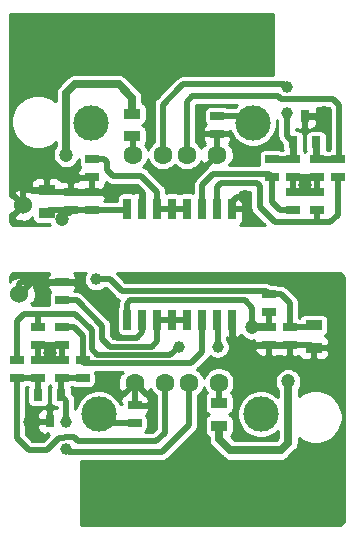
<source format=gbr>
G04 #@! TF.GenerationSoftware,KiCad,Pcbnew,5.1.5+dfsg1-2build2*
G04 #@! TF.CreationDate,2021-01-26T01:31:42+03:00*
G04 #@! TF.ProjectId,usb_ISO,7573625f-4953-44f2-9e6b-696361645f70,rev?*
G04 #@! TF.SameCoordinates,Original*
G04 #@! TF.FileFunction,Copper,L1,Top*
G04 #@! TF.FilePolarity,Positive*
%FSLAX46Y46*%
G04 Gerber Fmt 4.6, Leading zero omitted, Abs format (unit mm)*
G04 Created by KiCad (PCBNEW 5.1.5+dfsg1-2build2) date 2021-01-26 01:31:42*
%MOMM*%
%LPD*%
G04 APERTURE LIST*
%ADD10R,1.143000X0.635000*%
%ADD11R,1.397000X0.889000*%
%ADD12R,0.800100X1.000760*%
%ADD13C,2.999740*%
%ADD14C,1.600000*%
%ADD15R,0.635000X1.750000*%
%ADD16C,1.524000*%
%ADD17C,1.200000*%
%ADD18C,1.000000*%
%ADD19C,0.500000*%
%ADD20C,0.700000*%
%ADD21C,0.600000*%
%ADD22C,0.254000*%
G04 APERTURE END LIST*
D10*
X124206000Y-92964000D03*
X124206000Y-94488000D03*
D11*
X126238000Y-92773500D03*
X126238000Y-94678500D03*
D10*
X122428000Y-90170000D03*
X122428000Y-91694000D03*
X122428000Y-92964000D03*
X122428000Y-94488000D03*
X111076000Y-101075000D03*
X111076000Y-99551000D03*
X104902000Y-89154000D03*
X104902000Y-90678000D03*
X105664000Y-81534000D03*
X105664000Y-83058000D03*
X107442000Y-81534000D03*
X107442000Y-83058000D03*
X118046500Y-75057000D03*
X118046500Y-76581000D03*
D12*
X103886000Y-100921820D03*
X102933500Y-98722180D03*
X104838500Y-98722180D03*
X124523500Y-77299820D03*
X126428500Y-77299820D03*
X125476000Y-75100180D03*
D13*
X121762000Y-100313000D03*
X108046000Y-100313000D03*
D14*
X118206000Y-97646000D03*
X115666000Y-97646000D03*
X113634000Y-97646000D03*
X111094000Y-97646000D03*
X118046500Y-78342000D03*
X115506500Y-78342000D03*
X113474500Y-78342000D03*
X110934500Y-78342000D03*
D13*
X121094500Y-75675000D03*
X107378500Y-75675000D03*
D11*
X118237000Y-99377500D03*
X118237000Y-101282500D03*
X110871000Y-76771500D03*
X110871000Y-74866500D03*
D10*
X106680000Y-95758000D03*
X106680000Y-97282000D03*
X101092000Y-97282000D03*
X101092000Y-95758000D03*
X122682000Y-80264000D03*
X122682000Y-78740000D03*
D15*
X110455000Y-92329000D03*
X111725000Y-92329000D03*
X115535000Y-92329000D03*
X119345000Y-92329000D03*
X112995000Y-92329000D03*
X114265000Y-92329000D03*
X116805000Y-92329000D03*
X118075000Y-92329000D03*
X119345000Y-82931000D03*
X118075000Y-82931000D03*
X116805000Y-82931000D03*
X110455000Y-82931000D03*
X111725000Y-82931000D03*
X112995000Y-82931000D03*
X114265000Y-82931000D03*
X115535000Y-82931000D03*
D11*
X103632000Y-83248500D03*
X103632000Y-81343500D03*
D10*
X107442000Y-78740000D03*
X107442000Y-80264000D03*
X128270000Y-78740000D03*
X128270000Y-80264000D03*
X102870000Y-94488000D03*
X102870000Y-92964000D03*
X104902000Y-92964000D03*
X104902000Y-94488000D03*
X126492000Y-81534000D03*
X126492000Y-83058000D03*
X124460000Y-83058000D03*
X124460000Y-81534000D03*
X102870000Y-97282000D03*
X102870000Y-95758000D03*
X104902000Y-95758000D03*
X104902000Y-97282000D03*
X126492000Y-78740000D03*
X126492000Y-80264000D03*
X124460000Y-80264000D03*
X124460000Y-78740000D03*
D16*
X101623000Y-82610000D03*
X101323000Y-90110000D03*
D17*
X103886000Y-95123000D03*
X102235000Y-100965000D03*
X119761000Y-94615000D03*
X121031000Y-92964000D03*
X124079000Y-97536000D03*
X105283000Y-78359000D03*
X104902000Y-83820000D03*
X125476000Y-80899000D03*
X120396000Y-81915000D03*
X127127000Y-74803000D03*
X108839000Y-81534000D03*
D18*
X123952000Y-72644000D03*
X123952000Y-74803000D03*
X107823000Y-88900000D03*
X114808000Y-94615000D03*
X118110000Y-94615000D03*
X105283000Y-103251000D03*
X105283000Y-100965000D03*
D19*
X108808000Y-99551000D02*
X108046000Y-100313000D01*
X108808000Y-101075000D02*
X108046000Y-100313000D01*
X111076000Y-101075000D02*
X108808000Y-101075000D01*
X111725000Y-92329000D02*
X111725000Y-93380000D01*
X111725000Y-93380000D02*
X111252000Y-93853000D01*
X111252000Y-93853000D02*
X109601000Y-93853000D01*
X109601000Y-93853000D02*
X109347000Y-93599000D01*
X104902000Y-95758000D02*
X103886000Y-95758000D01*
X103886000Y-95758000D02*
X102870000Y-95758000D01*
X103886000Y-94488000D02*
X102870000Y-94488000D01*
X103886000Y-94488000D02*
X104902000Y-94488000D01*
X103886000Y-95758000D02*
X103886000Y-95123000D01*
X103886000Y-95123000D02*
X103886000Y-94488000D01*
X104902000Y-89154000D02*
X105973500Y-89154000D01*
X109347000Y-92527500D02*
X109347000Y-93345000D01*
X109347000Y-93345000D02*
X109347000Y-93599000D01*
X103886000Y-100921820D02*
X103802180Y-100921820D01*
X103759000Y-100965000D02*
X102235000Y-100965000D01*
X103802180Y-100921820D02*
X103759000Y-100965000D01*
X124206000Y-94488000D02*
X122428000Y-94488000D01*
X126047500Y-94488000D02*
X126238000Y-94678500D01*
X124206000Y-94488000D02*
X126047500Y-94488000D01*
X122428000Y-94488000D02*
X119888000Y-94488000D01*
X119345000Y-93945000D02*
X119345000Y-92329000D01*
X119888000Y-94488000D02*
X119345000Y-93945000D01*
X105973500Y-89154000D02*
X109347000Y-92527500D01*
X119345000Y-93945000D02*
X119345000Y-94199000D01*
X119345000Y-94199000D02*
X119761000Y-94615000D01*
X111094000Y-99533000D02*
X111076000Y-99551000D01*
X111094000Y-97646000D02*
X111094000Y-99533000D01*
X104902000Y-89154000D02*
X101473000Y-89154000D01*
X101323000Y-89304000D02*
X101323000Y-90110000D01*
X101473000Y-89154000D02*
X101323000Y-89304000D01*
X122428000Y-91694000D02*
X122428000Y-92964000D01*
D20*
X122428000Y-92964000D02*
X121031000Y-92964000D01*
D19*
X110455000Y-90954000D02*
X110731000Y-90678000D01*
X110455000Y-92329000D02*
X110455000Y-90954000D01*
X110731000Y-90678000D02*
X120396000Y-90678000D01*
X120396000Y-90678000D02*
X121031000Y-91313000D01*
X121031000Y-91313000D02*
X121031000Y-92964000D01*
D20*
X118237000Y-102427000D02*
X118237000Y-101282500D01*
X119188000Y-103378000D02*
X118237000Y-102427000D01*
X123444000Y-103378000D02*
X119188000Y-103378000D01*
X124088498Y-102733502D02*
X123444000Y-103378000D01*
X124088498Y-97536000D02*
X124088498Y-102733502D01*
D19*
X115535000Y-92329000D02*
X114265000Y-92329000D01*
X114265000Y-92329000D02*
X112995000Y-92329000D01*
X104902000Y-90678000D02*
X106172000Y-90678000D01*
X106172000Y-90678000D02*
X108331000Y-92837000D01*
X112995000Y-94142000D02*
X112995000Y-92329000D01*
X112525020Y-94611980D02*
X112995000Y-94142000D01*
X108331000Y-93980000D02*
X108962980Y-94611980D01*
X108331000Y-93345000D02*
X108331000Y-93980000D01*
X108331000Y-92837000D02*
X108331000Y-93345000D01*
X112525020Y-94611980D02*
X108966000Y-94611980D01*
X107442000Y-83058000D02*
X105664000Y-83058000D01*
X103822500Y-83058000D02*
X103632000Y-83248500D01*
X105664000Y-83058000D02*
X103822500Y-83058000D01*
X110328000Y-83058000D02*
X110455000Y-82931000D01*
X107442000Y-83058000D02*
X110328000Y-83058000D01*
D20*
X110871000Y-74866500D02*
X110871000Y-73533000D01*
X110871000Y-73533000D02*
X109728000Y-72390000D01*
X109728000Y-72390000D02*
X106045000Y-72390000D01*
X105283000Y-73152000D02*
X105283000Y-78359000D01*
X106045000Y-72390000D02*
X105283000Y-73152000D01*
X104902000Y-83820000D02*
X104902000Y-83185000D01*
X105537000Y-83185000D02*
X105664000Y-83058000D01*
X104902000Y-83185000D02*
X105537000Y-83185000D01*
D19*
X124460000Y-81534000D02*
X126492000Y-81534000D01*
X126492000Y-80264000D02*
X125476000Y-80264000D01*
X125476000Y-80264000D02*
X124460000Y-80264000D01*
X125476000Y-80264000D02*
X125476000Y-80899000D01*
X125476000Y-80899000D02*
X125476000Y-81534000D01*
X119345000Y-82931000D02*
X119345000Y-82331000D01*
X119761000Y-81915000D02*
X120396000Y-81915000D01*
X119345000Y-82331000D02*
X119761000Y-81915000D01*
X126829820Y-75100180D02*
X127127000Y-74803000D01*
X125476000Y-75100180D02*
X126829820Y-75100180D01*
X107442000Y-81026000D02*
X107442000Y-81534000D01*
X107442000Y-81026000D02*
X107442000Y-80264000D01*
X107442000Y-81534000D02*
X105664000Y-81534000D01*
X103822500Y-81534000D02*
X103632000Y-81343500D01*
X105664000Y-81534000D02*
X103822500Y-81534000D01*
X108839000Y-81534000D02*
X107442000Y-81534000D01*
X111725000Y-81556000D02*
X111322000Y-81153000D01*
X111725000Y-82931000D02*
X111725000Y-81556000D01*
X111322000Y-81153000D02*
X109093000Y-81153000D01*
X109093000Y-81153000D02*
X108839000Y-81407000D01*
X108839000Y-81407000D02*
X108839000Y-81534000D01*
X118046500Y-78342000D02*
X118046500Y-76581000D01*
X101623000Y-81532370D02*
X101623000Y-82610000D01*
X101811870Y-81343500D02*
X101623000Y-81532370D01*
X103632000Y-81343500D02*
X101811870Y-81343500D01*
X120188500Y-76581000D02*
X121094500Y-75675000D01*
X120476500Y-75057000D02*
X121094500Y-75675000D01*
X118046500Y-75057000D02*
X120476500Y-75057000D01*
X118206000Y-99346500D02*
X118237000Y-99377500D01*
X118206000Y-97646000D02*
X118206000Y-99346500D01*
X110934500Y-76835000D02*
X110871000Y-76771500D01*
X110934500Y-78342000D02*
X110934500Y-76835000D01*
D21*
X122682000Y-78740000D02*
X124460000Y-78740000D01*
X124523500Y-78676500D02*
X124460000Y-78740000D01*
X124523500Y-77299820D02*
X124523500Y-78676500D01*
D19*
X113474500Y-78342000D02*
X113474500Y-74104500D01*
X113474500Y-74104500D02*
X114935000Y-72644000D01*
X114935000Y-72644000D02*
X115189000Y-72390000D01*
X115189000Y-72390000D02*
X123698000Y-72390000D01*
X123698000Y-72390000D02*
X123952000Y-72644000D01*
X123952000Y-76728320D02*
X124523500Y-77299820D01*
X123952000Y-74803000D02*
X123952000Y-76728320D01*
D21*
X126428500Y-78676500D02*
X126492000Y-78740000D01*
X126428500Y-77299820D02*
X126428500Y-78676500D01*
X128270000Y-78740000D02*
X126492000Y-78740000D01*
D19*
X125095000Y-73660000D02*
X126238000Y-73660000D01*
X128397000Y-78613000D02*
X128270000Y-78740000D01*
X128397000Y-74168000D02*
X128397000Y-78613000D01*
X127889000Y-73660000D02*
X128397000Y-74168000D01*
X125095000Y-73660000D02*
X127889000Y-73660000D01*
X115506500Y-73850500D02*
X115506500Y-78342000D01*
X123190000Y-73406000D02*
X115951000Y-73406000D01*
X115951000Y-73406000D02*
X115506500Y-73850500D01*
X123444000Y-73660000D02*
X123190000Y-73406000D01*
X125095000Y-73660000D02*
X123444000Y-73660000D01*
X126047500Y-92964000D02*
X126238000Y-92773500D01*
X124206000Y-92964000D02*
X126047500Y-92964000D01*
X122174000Y-89916000D02*
X122428000Y-90170000D01*
X109982000Y-89916000D02*
X122174000Y-89916000D01*
X108966000Y-88900000D02*
X109982000Y-89916000D01*
X107823000Y-88900000D02*
X108966000Y-88900000D01*
X123499500Y-90170000D02*
X122428000Y-90170000D01*
X124206000Y-90876500D02*
X123499500Y-90170000D01*
X124206000Y-92964000D02*
X124206000Y-90876500D01*
X115535000Y-82931000D02*
X114265000Y-82931000D01*
X114265000Y-82931000D02*
X112995000Y-82931000D01*
X108513500Y-78740000D02*
X107442000Y-78740000D01*
X108712000Y-78938500D02*
X108513500Y-78740000D01*
X108712000Y-79629000D02*
X108712000Y-78938500D01*
X109220000Y-80137000D02*
X108712000Y-79629000D01*
X112995000Y-81499000D02*
X111633000Y-80137000D01*
X111633000Y-80137000D02*
X109220000Y-80137000D01*
X112995000Y-82931000D02*
X112995000Y-81499000D01*
X102870000Y-92964000D02*
X102870000Y-92146500D01*
X101092000Y-95758000D02*
X101092000Y-92456000D01*
X101092000Y-92456000D02*
X101727000Y-91821000D01*
X101727000Y-91821000D02*
X103505000Y-91821000D01*
X102870000Y-92146500D02*
X102870000Y-91821000D01*
X105029000Y-91821000D02*
X105537000Y-91821000D01*
X103195500Y-91821000D02*
X104013000Y-91821000D01*
X104013000Y-91821000D02*
X105029000Y-91821000D01*
X118110000Y-92364000D02*
X118075000Y-92329000D01*
X118110000Y-94615000D02*
X118110000Y-92364000D01*
X105029000Y-91821000D02*
X105791000Y-91821000D01*
X105791000Y-91821000D02*
X106045000Y-91821000D01*
X106045000Y-91821000D02*
X107442000Y-93218000D01*
X107442000Y-93218000D02*
X107442000Y-94820998D01*
X107442000Y-94820998D02*
X107932992Y-95311990D01*
X107932992Y-95311990D02*
X114111010Y-95311990D01*
X114111010Y-95311990D02*
X114808000Y-94615000D01*
X106680000Y-94940500D02*
X106680000Y-95758000D01*
X106680000Y-93670500D02*
X106680000Y-94940500D01*
X105973500Y-92964000D02*
X106680000Y-93670500D01*
X104902000Y-92964000D02*
X105973500Y-92964000D01*
X106680000Y-95758000D02*
X106680000Y-95885000D01*
X106680000Y-95885000D02*
X106807000Y-96012000D01*
X106807000Y-96012000D02*
X115824000Y-96012000D01*
X116805000Y-95031000D02*
X116805000Y-92329000D01*
X115824000Y-96012000D02*
X116805000Y-95031000D01*
X128270000Y-80264000D02*
X128270000Y-83439000D01*
X128270000Y-83439000D02*
X127635000Y-84074000D01*
X126492000Y-83058000D02*
X126492000Y-84074000D01*
X127635000Y-84074000D02*
X122936000Y-84074000D01*
X122936000Y-84074000D02*
X121666000Y-82804000D01*
X121666000Y-82804000D02*
X121666000Y-81788000D01*
X118075000Y-82931000D02*
X118075000Y-81061000D01*
X118075000Y-81061000D02*
X118364000Y-80772000D01*
X118364000Y-80772000D02*
X121412000Y-80772000D01*
X121412000Y-80772000D02*
X121666000Y-81026000D01*
X121666000Y-81026000D02*
X121666000Y-81788000D01*
X122682000Y-81081500D02*
X122682000Y-80264000D01*
X122682000Y-82351500D02*
X122682000Y-81081500D01*
X123388500Y-83058000D02*
X122682000Y-82351500D01*
X124460000Y-83058000D02*
X123388500Y-83058000D01*
X122428000Y-80010000D02*
X122682000Y-80264000D01*
X117729000Y-80010000D02*
X122428000Y-80010000D01*
X116805000Y-80934000D02*
X117729000Y-80010000D01*
X116805000Y-82931000D02*
X116805000Y-80934000D01*
X101092000Y-97282000D02*
X102870000Y-97282000D01*
X102933500Y-97345500D02*
X102870000Y-97282000D01*
X102933500Y-98722180D02*
X102933500Y-97345500D01*
X107061000Y-102616000D02*
X106553000Y-102616000D01*
X106299000Y-102616000D02*
X105918000Y-102235000D01*
X105156000Y-102235000D02*
X105090001Y-102300999D01*
X105537000Y-102235000D02*
X105156000Y-102235000D01*
X105090001Y-102300999D02*
X104709001Y-102300999D01*
X105918000Y-102235000D02*
X105537000Y-102235000D01*
X104709001Y-102300999D02*
X103632000Y-103378000D01*
X103632000Y-103378000D02*
X102235000Y-103378000D01*
X101092000Y-97282000D02*
X101092000Y-102235000D01*
X101092000Y-102235000D02*
X101092000Y-102362000D01*
X101092000Y-102362000D02*
X102108000Y-103378000D01*
X102108000Y-103378000D02*
X102362000Y-103378000D01*
X107061000Y-102616000D02*
X106299000Y-102616000D01*
X111506000Y-102616000D02*
X112903000Y-102616000D01*
X111887000Y-102616000D02*
X111506000Y-102616000D01*
X111506000Y-102616000D02*
X107061000Y-102616000D01*
X113634000Y-101885000D02*
X113634000Y-97646000D01*
X112903000Y-102616000D02*
X113634000Y-101885000D01*
X104902000Y-97282000D02*
X106680000Y-97282000D01*
X104838500Y-97345500D02*
X104902000Y-97282000D01*
X104838500Y-98722180D02*
X104838500Y-97345500D01*
X115666000Y-97646000D02*
X115666000Y-101250000D01*
X115666000Y-101250000D02*
X113411000Y-103505000D01*
X113411000Y-103505000D02*
X105537000Y-103505000D01*
X105537000Y-103505000D02*
X105283000Y-103251000D01*
X105283000Y-99166680D02*
X104838500Y-98722180D01*
X105283000Y-100965000D02*
X105283000Y-99166680D01*
D22*
G36*
X122773000Y-71613000D02*
G01*
X115227155Y-71613000D01*
X115188999Y-71609242D01*
X115150843Y-71613000D01*
X115150834Y-71613000D01*
X115036681Y-71624243D01*
X114890216Y-71668673D01*
X114755234Y-71740823D01*
X114636920Y-71837920D01*
X114612587Y-71867570D01*
X114412571Y-72067586D01*
X114412565Y-72067591D01*
X112952065Y-73528092D01*
X112922421Y-73552420D01*
X112898093Y-73582064D01*
X112898091Y-73582066D01*
X112825323Y-73670734D01*
X112753173Y-73805717D01*
X112708744Y-73952182D01*
X112693741Y-74104500D01*
X112697501Y-74142673D01*
X112697500Y-77265206D01*
X112628587Y-77311252D01*
X112443752Y-77496087D01*
X112298528Y-77713430D01*
X112204500Y-77940433D01*
X112110472Y-77713430D01*
X111990443Y-77533794D01*
X112009804Y-77510202D01*
X112058739Y-77418650D01*
X112088874Y-77319310D01*
X112099049Y-77216000D01*
X112099049Y-76327000D01*
X112088874Y-76223690D01*
X112058739Y-76124350D01*
X112009804Y-76032798D01*
X111943948Y-75952552D01*
X111863702Y-75886696D01*
X111772150Y-75837761D01*
X111710304Y-75819000D01*
X111772150Y-75800239D01*
X111863702Y-75751304D01*
X111943948Y-75685448D01*
X112009804Y-75605202D01*
X112058739Y-75513650D01*
X112088874Y-75414310D01*
X112099049Y-75311000D01*
X112099049Y-74422000D01*
X112088874Y-74318690D01*
X112058739Y-74219350D01*
X112009804Y-74127798D01*
X111943948Y-74047552D01*
X111863702Y-73981696D01*
X111772150Y-73932761D01*
X111748000Y-73925435D01*
X111748000Y-73576076D01*
X111752243Y-73532999D01*
X111748000Y-73489921D01*
X111735310Y-73361078D01*
X111685162Y-73195763D01*
X111603727Y-73043408D01*
X111575019Y-73008427D01*
X111521594Y-72943328D01*
X111521592Y-72943326D01*
X111494133Y-72909867D01*
X111460674Y-72882408D01*
X110378596Y-71800331D01*
X110351133Y-71766867D01*
X110217592Y-71657273D01*
X110065237Y-71575838D01*
X109899922Y-71525690D01*
X109771079Y-71513000D01*
X109728000Y-71508757D01*
X109684921Y-71513000D01*
X106088079Y-71513000D01*
X106045000Y-71508757D01*
X105873077Y-71525690D01*
X105707763Y-71575838D01*
X105555408Y-71657273D01*
X105555406Y-71657274D01*
X105555407Y-71657274D01*
X105462056Y-71733885D01*
X105421867Y-71766867D01*
X105394408Y-71800327D01*
X104693331Y-72501404D01*
X104659867Y-72528867D01*
X104550273Y-72662409D01*
X104515622Y-72727237D01*
X104468838Y-72814764D01*
X104418690Y-72980078D01*
X104401757Y-73152000D01*
X104406000Y-73195080D01*
X104406000Y-73823194D01*
X104357201Y-73774395D01*
X103982798Y-73524227D01*
X103566784Y-73351908D01*
X103125145Y-73264061D01*
X102674855Y-73264061D01*
X102233216Y-73351908D01*
X101817202Y-73524227D01*
X101442799Y-73774395D01*
X101124395Y-74092799D01*
X100874227Y-74467202D01*
X100701908Y-74883216D01*
X100614061Y-75324855D01*
X100614061Y-75775145D01*
X100701908Y-76216784D01*
X100874227Y-76632798D01*
X101124395Y-77007201D01*
X101442799Y-77325605D01*
X101817202Y-77575773D01*
X102233216Y-77748092D01*
X102674855Y-77835939D01*
X103125145Y-77835939D01*
X103566784Y-77748092D01*
X103982798Y-77575773D01*
X104357201Y-77325605D01*
X104406001Y-77276805D01*
X104406001Y-77642975D01*
X104284266Y-77825165D01*
X104199310Y-78030266D01*
X104156000Y-78248000D01*
X104156000Y-78470000D01*
X104199310Y-78687734D01*
X104284266Y-78892835D01*
X104407602Y-79077421D01*
X104564579Y-79234398D01*
X104749165Y-79357734D01*
X104954266Y-79442690D01*
X105172000Y-79486000D01*
X105394000Y-79486000D01*
X105611734Y-79442690D01*
X105816835Y-79357734D01*
X106001421Y-79234398D01*
X106158398Y-79077421D01*
X106281734Y-78892835D01*
X106340951Y-78749873D01*
X106340951Y-79057500D01*
X106351126Y-79160810D01*
X106381261Y-79260150D01*
X106430196Y-79351702D01*
X106496052Y-79431948D01*
X106496290Y-79432143D01*
X106419315Y-79495315D01*
X106339963Y-79592006D01*
X106280998Y-79702320D01*
X106244688Y-79822018D01*
X106232428Y-79946500D01*
X106235500Y-79978250D01*
X106394250Y-80137000D01*
X107315000Y-80137000D01*
X107315000Y-80117000D01*
X107569000Y-80117000D01*
X107569000Y-80137000D01*
X107589000Y-80137000D01*
X107589000Y-80391000D01*
X107569000Y-80391000D01*
X107569000Y-81407000D01*
X108489750Y-81407000D01*
X108648500Y-81248250D01*
X108651572Y-81216500D01*
X108639312Y-81092018D01*
X108603002Y-80972320D01*
X108563811Y-80899000D01*
X108603002Y-80825680D01*
X108639312Y-80705982D01*
X108643864Y-80659767D01*
X108667920Y-80689080D01*
X108730271Y-80740250D01*
X108786233Y-80786177D01*
X108842176Y-80816079D01*
X108921216Y-80858327D01*
X109067681Y-80902757D01*
X109181834Y-80914000D01*
X109181846Y-80914000D01*
X109219999Y-80917758D01*
X109258152Y-80914000D01*
X111311157Y-80914000D01*
X111914453Y-81517297D01*
X111852000Y-81579750D01*
X111852000Y-82804000D01*
X111872000Y-82804000D01*
X111872000Y-83058000D01*
X111852000Y-83058000D01*
X111852000Y-83078000D01*
X111598000Y-83078000D01*
X111598000Y-83058000D01*
X111578000Y-83058000D01*
X111578000Y-82804000D01*
X111598000Y-82804000D01*
X111598000Y-81579750D01*
X111439250Y-81421000D01*
X111407500Y-81417928D01*
X111283018Y-81430188D01*
X111163320Y-81466498D01*
X111053006Y-81525463D01*
X110991824Y-81575673D01*
X110975150Y-81566761D01*
X110875810Y-81536626D01*
X110772500Y-81526451D01*
X110137500Y-81526451D01*
X110034190Y-81536626D01*
X109934850Y-81566761D01*
X109843298Y-81615696D01*
X109763052Y-81681552D01*
X109697196Y-81761798D01*
X109648261Y-81853350D01*
X109618126Y-81952690D01*
X109607951Y-82056000D01*
X109607951Y-82281000D01*
X108482481Y-82281000D01*
X108544037Y-82205994D01*
X108603002Y-82095680D01*
X108639312Y-81975982D01*
X108651572Y-81851500D01*
X108648500Y-81819750D01*
X108489750Y-81661000D01*
X107569000Y-81661000D01*
X107569000Y-81681000D01*
X107315000Y-81681000D01*
X107315000Y-81661000D01*
X105791000Y-81661000D01*
X105791000Y-81681000D01*
X105537000Y-81681000D01*
X105537000Y-81661000D01*
X105517000Y-81661000D01*
X105517000Y-81407000D01*
X105537000Y-81407000D01*
X105537000Y-80740250D01*
X105791000Y-80740250D01*
X105791000Y-81407000D01*
X107315000Y-81407000D01*
X107315000Y-80391000D01*
X106394250Y-80391000D01*
X106235500Y-80549750D01*
X106232722Y-80578458D01*
X105949750Y-80581500D01*
X105791000Y-80740250D01*
X105537000Y-80740250D01*
X105378250Y-80581500D01*
X105092500Y-80578428D01*
X104968018Y-80590688D01*
X104897204Y-80612169D01*
X104861037Y-80544506D01*
X104781685Y-80447815D01*
X104684994Y-80368463D01*
X104574680Y-80309498D01*
X104454982Y-80273188D01*
X104330500Y-80260928D01*
X103917750Y-80264000D01*
X103759000Y-80422750D01*
X103759000Y-81216500D01*
X103779000Y-81216500D01*
X103779000Y-81470500D01*
X103759000Y-81470500D01*
X103759000Y-81490500D01*
X103505000Y-81490500D01*
X103505000Y-81470500D01*
X102457250Y-81470500D01*
X102381554Y-81546196D01*
X102341980Y-81404344D01*
X102092952Y-81287244D01*
X101825865Y-81220977D01*
X101550983Y-81208090D01*
X101278867Y-81249078D01*
X101019977Y-81342364D01*
X100904020Y-81404344D01*
X100837040Y-81644435D01*
X101623000Y-82430395D01*
X101637143Y-82416253D01*
X101816748Y-82595858D01*
X101802605Y-82610000D01*
X101816748Y-82624143D01*
X101637143Y-82803748D01*
X101623000Y-82789605D01*
X100837040Y-83575565D01*
X100904020Y-83815656D01*
X101153048Y-83932756D01*
X101420135Y-83999023D01*
X101695017Y-84011910D01*
X101967133Y-83970922D01*
X102226023Y-83877636D01*
X102341980Y-83815656D01*
X102403951Y-83593520D01*
X102403951Y-83693000D01*
X102414126Y-83796310D01*
X102444261Y-83895650D01*
X102493196Y-83987202D01*
X102559052Y-84067448D01*
X102639298Y-84133304D01*
X102730850Y-84182239D01*
X102830190Y-84212374D01*
X102933500Y-84222549D01*
X103848885Y-84222549D01*
X103892565Y-84328000D01*
X100782606Y-84328000D01*
X100527000Y-84072394D01*
X100527000Y-83359572D01*
X100657435Y-83395960D01*
X101443395Y-82610000D01*
X100657435Y-81824040D01*
X100527000Y-81860428D01*
X100527000Y-80899000D01*
X102295428Y-80899000D01*
X102298500Y-81057750D01*
X102457250Y-81216500D01*
X103505000Y-81216500D01*
X103505000Y-80422750D01*
X103346250Y-80264000D01*
X102933500Y-80260928D01*
X102809018Y-80273188D01*
X102689320Y-80309498D01*
X102579006Y-80368463D01*
X102482315Y-80447815D01*
X102402963Y-80544506D01*
X102343998Y-80654820D01*
X102307688Y-80774518D01*
X102295428Y-80899000D01*
X100527000Y-80899000D01*
X100527000Y-66427000D01*
X122773001Y-66427000D01*
X122773000Y-71613000D01*
G37*
X122773000Y-71613000D02*
X115227155Y-71613000D01*
X115188999Y-71609242D01*
X115150843Y-71613000D01*
X115150834Y-71613000D01*
X115036681Y-71624243D01*
X114890216Y-71668673D01*
X114755234Y-71740823D01*
X114636920Y-71837920D01*
X114612587Y-71867570D01*
X114412571Y-72067586D01*
X114412565Y-72067591D01*
X112952065Y-73528092D01*
X112922421Y-73552420D01*
X112898093Y-73582064D01*
X112898091Y-73582066D01*
X112825323Y-73670734D01*
X112753173Y-73805717D01*
X112708744Y-73952182D01*
X112693741Y-74104500D01*
X112697501Y-74142673D01*
X112697500Y-77265206D01*
X112628587Y-77311252D01*
X112443752Y-77496087D01*
X112298528Y-77713430D01*
X112204500Y-77940433D01*
X112110472Y-77713430D01*
X111990443Y-77533794D01*
X112009804Y-77510202D01*
X112058739Y-77418650D01*
X112088874Y-77319310D01*
X112099049Y-77216000D01*
X112099049Y-76327000D01*
X112088874Y-76223690D01*
X112058739Y-76124350D01*
X112009804Y-76032798D01*
X111943948Y-75952552D01*
X111863702Y-75886696D01*
X111772150Y-75837761D01*
X111710304Y-75819000D01*
X111772150Y-75800239D01*
X111863702Y-75751304D01*
X111943948Y-75685448D01*
X112009804Y-75605202D01*
X112058739Y-75513650D01*
X112088874Y-75414310D01*
X112099049Y-75311000D01*
X112099049Y-74422000D01*
X112088874Y-74318690D01*
X112058739Y-74219350D01*
X112009804Y-74127798D01*
X111943948Y-74047552D01*
X111863702Y-73981696D01*
X111772150Y-73932761D01*
X111748000Y-73925435D01*
X111748000Y-73576076D01*
X111752243Y-73532999D01*
X111748000Y-73489921D01*
X111735310Y-73361078D01*
X111685162Y-73195763D01*
X111603727Y-73043408D01*
X111575019Y-73008427D01*
X111521594Y-72943328D01*
X111521592Y-72943326D01*
X111494133Y-72909867D01*
X111460674Y-72882408D01*
X110378596Y-71800331D01*
X110351133Y-71766867D01*
X110217592Y-71657273D01*
X110065237Y-71575838D01*
X109899922Y-71525690D01*
X109771079Y-71513000D01*
X109728000Y-71508757D01*
X109684921Y-71513000D01*
X106088079Y-71513000D01*
X106045000Y-71508757D01*
X105873077Y-71525690D01*
X105707763Y-71575838D01*
X105555408Y-71657273D01*
X105555406Y-71657274D01*
X105555407Y-71657274D01*
X105462056Y-71733885D01*
X105421867Y-71766867D01*
X105394408Y-71800327D01*
X104693331Y-72501404D01*
X104659867Y-72528867D01*
X104550273Y-72662409D01*
X104515622Y-72727237D01*
X104468838Y-72814764D01*
X104418690Y-72980078D01*
X104401757Y-73152000D01*
X104406000Y-73195080D01*
X104406000Y-73823194D01*
X104357201Y-73774395D01*
X103982798Y-73524227D01*
X103566784Y-73351908D01*
X103125145Y-73264061D01*
X102674855Y-73264061D01*
X102233216Y-73351908D01*
X101817202Y-73524227D01*
X101442799Y-73774395D01*
X101124395Y-74092799D01*
X100874227Y-74467202D01*
X100701908Y-74883216D01*
X100614061Y-75324855D01*
X100614061Y-75775145D01*
X100701908Y-76216784D01*
X100874227Y-76632798D01*
X101124395Y-77007201D01*
X101442799Y-77325605D01*
X101817202Y-77575773D01*
X102233216Y-77748092D01*
X102674855Y-77835939D01*
X103125145Y-77835939D01*
X103566784Y-77748092D01*
X103982798Y-77575773D01*
X104357201Y-77325605D01*
X104406001Y-77276805D01*
X104406001Y-77642975D01*
X104284266Y-77825165D01*
X104199310Y-78030266D01*
X104156000Y-78248000D01*
X104156000Y-78470000D01*
X104199310Y-78687734D01*
X104284266Y-78892835D01*
X104407602Y-79077421D01*
X104564579Y-79234398D01*
X104749165Y-79357734D01*
X104954266Y-79442690D01*
X105172000Y-79486000D01*
X105394000Y-79486000D01*
X105611734Y-79442690D01*
X105816835Y-79357734D01*
X106001421Y-79234398D01*
X106158398Y-79077421D01*
X106281734Y-78892835D01*
X106340951Y-78749873D01*
X106340951Y-79057500D01*
X106351126Y-79160810D01*
X106381261Y-79260150D01*
X106430196Y-79351702D01*
X106496052Y-79431948D01*
X106496290Y-79432143D01*
X106419315Y-79495315D01*
X106339963Y-79592006D01*
X106280998Y-79702320D01*
X106244688Y-79822018D01*
X106232428Y-79946500D01*
X106235500Y-79978250D01*
X106394250Y-80137000D01*
X107315000Y-80137000D01*
X107315000Y-80117000D01*
X107569000Y-80117000D01*
X107569000Y-80137000D01*
X107589000Y-80137000D01*
X107589000Y-80391000D01*
X107569000Y-80391000D01*
X107569000Y-81407000D01*
X108489750Y-81407000D01*
X108648500Y-81248250D01*
X108651572Y-81216500D01*
X108639312Y-81092018D01*
X108603002Y-80972320D01*
X108563811Y-80899000D01*
X108603002Y-80825680D01*
X108639312Y-80705982D01*
X108643864Y-80659767D01*
X108667920Y-80689080D01*
X108730271Y-80740250D01*
X108786233Y-80786177D01*
X108842176Y-80816079D01*
X108921216Y-80858327D01*
X109067681Y-80902757D01*
X109181834Y-80914000D01*
X109181846Y-80914000D01*
X109219999Y-80917758D01*
X109258152Y-80914000D01*
X111311157Y-80914000D01*
X111914453Y-81517297D01*
X111852000Y-81579750D01*
X111852000Y-82804000D01*
X111872000Y-82804000D01*
X111872000Y-83058000D01*
X111852000Y-83058000D01*
X111852000Y-83078000D01*
X111598000Y-83078000D01*
X111598000Y-83058000D01*
X111578000Y-83058000D01*
X111578000Y-82804000D01*
X111598000Y-82804000D01*
X111598000Y-81579750D01*
X111439250Y-81421000D01*
X111407500Y-81417928D01*
X111283018Y-81430188D01*
X111163320Y-81466498D01*
X111053006Y-81525463D01*
X110991824Y-81575673D01*
X110975150Y-81566761D01*
X110875810Y-81536626D01*
X110772500Y-81526451D01*
X110137500Y-81526451D01*
X110034190Y-81536626D01*
X109934850Y-81566761D01*
X109843298Y-81615696D01*
X109763052Y-81681552D01*
X109697196Y-81761798D01*
X109648261Y-81853350D01*
X109618126Y-81952690D01*
X109607951Y-82056000D01*
X109607951Y-82281000D01*
X108482481Y-82281000D01*
X108544037Y-82205994D01*
X108603002Y-82095680D01*
X108639312Y-81975982D01*
X108651572Y-81851500D01*
X108648500Y-81819750D01*
X108489750Y-81661000D01*
X107569000Y-81661000D01*
X107569000Y-81681000D01*
X107315000Y-81681000D01*
X107315000Y-81661000D01*
X105791000Y-81661000D01*
X105791000Y-81681000D01*
X105537000Y-81681000D01*
X105537000Y-81661000D01*
X105517000Y-81661000D01*
X105517000Y-81407000D01*
X105537000Y-81407000D01*
X105537000Y-80740250D01*
X105791000Y-80740250D01*
X105791000Y-81407000D01*
X107315000Y-81407000D01*
X107315000Y-80391000D01*
X106394250Y-80391000D01*
X106235500Y-80549750D01*
X106232722Y-80578458D01*
X105949750Y-80581500D01*
X105791000Y-80740250D01*
X105537000Y-80740250D01*
X105378250Y-80581500D01*
X105092500Y-80578428D01*
X104968018Y-80590688D01*
X104897204Y-80612169D01*
X104861037Y-80544506D01*
X104781685Y-80447815D01*
X104684994Y-80368463D01*
X104574680Y-80309498D01*
X104454982Y-80273188D01*
X104330500Y-80260928D01*
X103917750Y-80264000D01*
X103759000Y-80422750D01*
X103759000Y-81216500D01*
X103779000Y-81216500D01*
X103779000Y-81470500D01*
X103759000Y-81470500D01*
X103759000Y-81490500D01*
X103505000Y-81490500D01*
X103505000Y-81470500D01*
X102457250Y-81470500D01*
X102381554Y-81546196D01*
X102341980Y-81404344D01*
X102092952Y-81287244D01*
X101825865Y-81220977D01*
X101550983Y-81208090D01*
X101278867Y-81249078D01*
X101019977Y-81342364D01*
X100904020Y-81404344D01*
X100837040Y-81644435D01*
X101623000Y-82430395D01*
X101637143Y-82416253D01*
X101816748Y-82595858D01*
X101802605Y-82610000D01*
X101816748Y-82624143D01*
X101637143Y-82803748D01*
X101623000Y-82789605D01*
X100837040Y-83575565D01*
X100904020Y-83815656D01*
X101153048Y-83932756D01*
X101420135Y-83999023D01*
X101695017Y-84011910D01*
X101967133Y-83970922D01*
X102226023Y-83877636D01*
X102341980Y-83815656D01*
X102403951Y-83593520D01*
X102403951Y-83693000D01*
X102414126Y-83796310D01*
X102444261Y-83895650D01*
X102493196Y-83987202D01*
X102559052Y-84067448D01*
X102639298Y-84133304D01*
X102730850Y-84182239D01*
X102830190Y-84212374D01*
X102933500Y-84222549D01*
X103848885Y-84222549D01*
X103892565Y-84328000D01*
X100782606Y-84328000D01*
X100527000Y-84072394D01*
X100527000Y-83359572D01*
X100657435Y-83395960D01*
X101443395Y-82610000D01*
X100657435Y-81824040D01*
X100527000Y-81860428D01*
X100527000Y-80899000D01*
X102295428Y-80899000D01*
X102298500Y-81057750D01*
X102457250Y-81216500D01*
X103505000Y-81216500D01*
X103505000Y-80422750D01*
X103346250Y-80264000D01*
X102933500Y-80260928D01*
X102809018Y-80273188D01*
X102689320Y-80309498D01*
X102579006Y-80368463D01*
X102482315Y-80447815D01*
X102402963Y-80544506D01*
X102343998Y-80654820D01*
X102307688Y-80774518D01*
X102295428Y-80899000D01*
X100527000Y-80899000D01*
X100527000Y-66427000D01*
X122773001Y-66427000D01*
X122773000Y-71613000D01*
G36*
X120889000Y-81826166D02*
G01*
X120889001Y-81826175D01*
X120889000Y-82765836D01*
X120885241Y-82804000D01*
X120889000Y-82842163D01*
X120889000Y-82842165D01*
X120900243Y-82956318D01*
X120935586Y-83072827D01*
X120944673Y-83102783D01*
X121016823Y-83237766D01*
X121056543Y-83286165D01*
X121113920Y-83356080D01*
X121143569Y-83380412D01*
X122091156Y-84328000D01*
X120027396Y-84328000D01*
X120113685Y-84257185D01*
X120193037Y-84160494D01*
X120252002Y-84050180D01*
X120288312Y-83930482D01*
X120300572Y-83806000D01*
X120297500Y-83216750D01*
X120138750Y-83058000D01*
X119472000Y-83058000D01*
X119472000Y-83078000D01*
X119218000Y-83078000D01*
X119218000Y-83058000D01*
X119198000Y-83058000D01*
X119198000Y-82804000D01*
X119218000Y-82804000D01*
X119218000Y-82784000D01*
X119472000Y-82784000D01*
X119472000Y-82804000D01*
X120138750Y-82804000D01*
X120297500Y-82645250D01*
X120300572Y-82056000D01*
X120288312Y-81931518D01*
X120252002Y-81811820D01*
X120193037Y-81701506D01*
X120113685Y-81604815D01*
X120045674Y-81549000D01*
X120889000Y-81549000D01*
X120889000Y-81826166D01*
G37*
X120889000Y-81826166D02*
X120889001Y-81826175D01*
X120889000Y-82765836D01*
X120885241Y-82804000D01*
X120889000Y-82842163D01*
X120889000Y-82842165D01*
X120900243Y-82956318D01*
X120935586Y-83072827D01*
X120944673Y-83102783D01*
X121016823Y-83237766D01*
X121056543Y-83286165D01*
X121113920Y-83356080D01*
X121143569Y-83380412D01*
X122091156Y-84328000D01*
X120027396Y-84328000D01*
X120113685Y-84257185D01*
X120193037Y-84160494D01*
X120252002Y-84050180D01*
X120288312Y-83930482D01*
X120300572Y-83806000D01*
X120297500Y-83216750D01*
X120138750Y-83058000D01*
X119472000Y-83058000D01*
X119472000Y-83078000D01*
X119218000Y-83078000D01*
X119218000Y-83058000D01*
X119198000Y-83058000D01*
X119198000Y-82804000D01*
X119218000Y-82804000D01*
X119218000Y-82784000D01*
X119472000Y-82784000D01*
X119472000Y-82804000D01*
X120138750Y-82804000D01*
X120297500Y-82645250D01*
X120300572Y-82056000D01*
X120288312Y-81931518D01*
X120252002Y-81811820D01*
X120193037Y-81701506D01*
X120113685Y-81604815D01*
X120045674Y-81549000D01*
X120889000Y-81549000D01*
X120889000Y-81826166D01*
G36*
X124587000Y-80137000D02*
G01*
X126365000Y-80137000D01*
X126365000Y-80117000D01*
X126619000Y-80117000D01*
X126619000Y-80137000D01*
X126639000Y-80137000D01*
X126639000Y-80391000D01*
X126619000Y-80391000D01*
X126619000Y-81407000D01*
X126639000Y-81407000D01*
X126639000Y-81661000D01*
X126619000Y-81661000D01*
X126619000Y-81681000D01*
X126365000Y-81681000D01*
X126365000Y-81661000D01*
X124587000Y-81661000D01*
X124587000Y-81681000D01*
X124333000Y-81681000D01*
X124333000Y-81661000D01*
X124313000Y-81661000D01*
X124313000Y-81407000D01*
X124333000Y-81407000D01*
X124333000Y-80391000D01*
X124587000Y-80391000D01*
X124587000Y-81407000D01*
X126365000Y-81407000D01*
X126365000Y-80391000D01*
X124587000Y-80391000D01*
X124333000Y-80391000D01*
X124313000Y-80391000D01*
X124313000Y-80137000D01*
X124333000Y-80137000D01*
X124333000Y-80117000D01*
X124587000Y-80117000D01*
X124587000Y-80137000D01*
G37*
X124587000Y-80137000D02*
X126365000Y-80137000D01*
X126365000Y-80117000D01*
X126619000Y-80117000D01*
X126619000Y-80137000D01*
X126639000Y-80137000D01*
X126639000Y-80391000D01*
X126619000Y-80391000D01*
X126619000Y-81407000D01*
X126639000Y-81407000D01*
X126639000Y-81661000D01*
X126619000Y-81661000D01*
X126619000Y-81681000D01*
X126365000Y-81681000D01*
X126365000Y-81661000D01*
X124587000Y-81661000D01*
X124587000Y-81681000D01*
X124333000Y-81681000D01*
X124333000Y-81661000D01*
X124313000Y-81661000D01*
X124313000Y-81407000D01*
X124333000Y-81407000D01*
X124333000Y-80391000D01*
X124587000Y-80391000D01*
X124587000Y-81407000D01*
X126365000Y-81407000D01*
X126365000Y-80391000D01*
X124587000Y-80391000D01*
X124333000Y-80391000D01*
X124313000Y-80391000D01*
X124313000Y-80137000D01*
X124333000Y-80137000D01*
X124333000Y-80117000D01*
X124587000Y-80117000D01*
X124587000Y-80137000D01*
G36*
X118240248Y-78327858D02*
G01*
X118226105Y-78342000D01*
X118240248Y-78356143D01*
X118060643Y-78535748D01*
X118046500Y-78521605D01*
X117233403Y-79334702D01*
X117251579Y-79396649D01*
X117228045Y-79415963D01*
X117176920Y-79457920D01*
X117152592Y-79487564D01*
X116282565Y-80357592D01*
X116252921Y-80381920D01*
X116228593Y-80411564D01*
X116228591Y-80411566D01*
X116155823Y-80500234D01*
X116083673Y-80635217D01*
X116067334Y-80689080D01*
X116045149Y-80762217D01*
X116039244Y-80781682D01*
X116024241Y-80934000D01*
X116028001Y-80972173D01*
X116028001Y-81558525D01*
X115955810Y-81536626D01*
X115852500Y-81526451D01*
X115217500Y-81526451D01*
X115114190Y-81536626D01*
X115014850Y-81566761D01*
X114923298Y-81615696D01*
X114900000Y-81634816D01*
X114876702Y-81615696D01*
X114785150Y-81566761D01*
X114685810Y-81536626D01*
X114582500Y-81526451D01*
X113947500Y-81526451D01*
X113844190Y-81536626D01*
X113772000Y-81558525D01*
X113772000Y-81537163D01*
X113775759Y-81499000D01*
X113772000Y-81460834D01*
X113760757Y-81346681D01*
X113716327Y-81200216D01*
X113663227Y-81100874D01*
X113644177Y-81065233D01*
X113571409Y-80976565D01*
X113571408Y-80976564D01*
X113547080Y-80946920D01*
X113517436Y-80922592D01*
X112209412Y-79614569D01*
X112185080Y-79584920D01*
X112066766Y-79487823D01*
X111931784Y-79415673D01*
X111785319Y-79371243D01*
X111782223Y-79370938D01*
X111965248Y-79187913D01*
X112110472Y-78970570D01*
X112204500Y-78743567D01*
X112298528Y-78970570D01*
X112443752Y-79187913D01*
X112628587Y-79372748D01*
X112845930Y-79517972D01*
X113087428Y-79618004D01*
X113343802Y-79669000D01*
X113605198Y-79669000D01*
X113861572Y-79618004D01*
X114103070Y-79517972D01*
X114320413Y-79372748D01*
X114490500Y-79202661D01*
X114660587Y-79372748D01*
X114877930Y-79517972D01*
X115119428Y-79618004D01*
X115375802Y-79669000D01*
X115637198Y-79669000D01*
X115893572Y-79618004D01*
X116135070Y-79517972D01*
X116352413Y-79372748D01*
X116537248Y-79187913D01*
X116682472Y-78970570D01*
X116717256Y-78886593D01*
X116742897Y-78958292D01*
X116809829Y-79083514D01*
X117053798Y-79155097D01*
X117866895Y-78342000D01*
X117852753Y-78327858D01*
X118032358Y-78148253D01*
X118046500Y-78162395D01*
X118060643Y-78148253D01*
X118240248Y-78327858D01*
G37*
X118240248Y-78327858D02*
X118226105Y-78342000D01*
X118240248Y-78356143D01*
X118060643Y-78535748D01*
X118046500Y-78521605D01*
X117233403Y-79334702D01*
X117251579Y-79396649D01*
X117228045Y-79415963D01*
X117176920Y-79457920D01*
X117152592Y-79487564D01*
X116282565Y-80357592D01*
X116252921Y-80381920D01*
X116228593Y-80411564D01*
X116228591Y-80411566D01*
X116155823Y-80500234D01*
X116083673Y-80635217D01*
X116067334Y-80689080D01*
X116045149Y-80762217D01*
X116039244Y-80781682D01*
X116024241Y-80934000D01*
X116028001Y-80972173D01*
X116028001Y-81558525D01*
X115955810Y-81536626D01*
X115852500Y-81526451D01*
X115217500Y-81526451D01*
X115114190Y-81536626D01*
X115014850Y-81566761D01*
X114923298Y-81615696D01*
X114900000Y-81634816D01*
X114876702Y-81615696D01*
X114785150Y-81566761D01*
X114685810Y-81536626D01*
X114582500Y-81526451D01*
X113947500Y-81526451D01*
X113844190Y-81536626D01*
X113772000Y-81558525D01*
X113772000Y-81537163D01*
X113775759Y-81499000D01*
X113772000Y-81460834D01*
X113760757Y-81346681D01*
X113716327Y-81200216D01*
X113663227Y-81100874D01*
X113644177Y-81065233D01*
X113571409Y-80976565D01*
X113571408Y-80976564D01*
X113547080Y-80946920D01*
X113517436Y-80922592D01*
X112209412Y-79614569D01*
X112185080Y-79584920D01*
X112066766Y-79487823D01*
X111931784Y-79415673D01*
X111785319Y-79371243D01*
X111782223Y-79370938D01*
X111965248Y-79187913D01*
X112110472Y-78970570D01*
X112204500Y-78743567D01*
X112298528Y-78970570D01*
X112443752Y-79187913D01*
X112628587Y-79372748D01*
X112845930Y-79517972D01*
X113087428Y-79618004D01*
X113343802Y-79669000D01*
X113605198Y-79669000D01*
X113861572Y-79618004D01*
X114103070Y-79517972D01*
X114320413Y-79372748D01*
X114490500Y-79202661D01*
X114660587Y-79372748D01*
X114877930Y-79517972D01*
X115119428Y-79618004D01*
X115375802Y-79669000D01*
X115637198Y-79669000D01*
X115893572Y-79618004D01*
X116135070Y-79517972D01*
X116352413Y-79372748D01*
X116537248Y-79187913D01*
X116682472Y-78970570D01*
X116717256Y-78886593D01*
X116742897Y-78958292D01*
X116809829Y-79083514D01*
X117053798Y-79155097D01*
X117866895Y-78342000D01*
X117852753Y-78327858D01*
X118032358Y-78148253D01*
X118046500Y-78162395D01*
X118060643Y-78148253D01*
X118240248Y-78327858D01*
G36*
X119623073Y-74280000D02*
G01*
X118876288Y-74280000D01*
X118820650Y-74250261D01*
X118721310Y-74220126D01*
X118618000Y-74209951D01*
X117475000Y-74209951D01*
X117371690Y-74220126D01*
X117272350Y-74250261D01*
X117180798Y-74299196D01*
X117100552Y-74365052D01*
X117034696Y-74445298D01*
X116985761Y-74536850D01*
X116955626Y-74636190D01*
X116945451Y-74739500D01*
X116945451Y-75374500D01*
X116955626Y-75477810D01*
X116985761Y-75577150D01*
X117034696Y-75668702D01*
X117100552Y-75748948D01*
X117100790Y-75749143D01*
X117023815Y-75812315D01*
X116944463Y-75909006D01*
X116885498Y-76019320D01*
X116849188Y-76139018D01*
X116836928Y-76263500D01*
X116840000Y-76295250D01*
X116998750Y-76454000D01*
X117919500Y-76454000D01*
X117919500Y-76434000D01*
X118173500Y-76434000D01*
X118173500Y-76454000D01*
X119094250Y-76454000D01*
X119185505Y-76362745D01*
X119298311Y-76635083D01*
X119488601Y-76919872D01*
X119539323Y-77014766D01*
X119636421Y-77133079D01*
X119754734Y-77230177D01*
X119849628Y-77280899D01*
X120134417Y-77471189D01*
X120503284Y-77623978D01*
X120894871Y-77701870D01*
X121294129Y-77701870D01*
X121685716Y-77623978D01*
X122054583Y-77471189D01*
X122386554Y-77249373D01*
X122668873Y-76967054D01*
X122890689Y-76635083D01*
X123043478Y-76266216D01*
X123121370Y-75874629D01*
X123121370Y-75475371D01*
X123102409Y-75380048D01*
X123154277Y-75457674D01*
X123175000Y-75478397D01*
X123175001Y-76690147D01*
X123171241Y-76728320D01*
X123186244Y-76880638D01*
X123230673Y-77027103D01*
X123302823Y-77162086D01*
X123358704Y-77230177D01*
X123399921Y-77280400D01*
X123429565Y-77304728D01*
X123593901Y-77469064D01*
X123593901Y-77800200D01*
X123604076Y-77903510D01*
X123606955Y-77913000D01*
X123389360Y-77913000D01*
X123356810Y-77903126D01*
X123253500Y-77892951D01*
X122110500Y-77892951D01*
X122007190Y-77903126D01*
X121907850Y-77933261D01*
X121816298Y-77982196D01*
X121736052Y-78048052D01*
X121670196Y-78128298D01*
X121621261Y-78219850D01*
X121591126Y-78319190D01*
X121580951Y-78422500D01*
X121580951Y-79057500D01*
X121591126Y-79160810D01*
X121613025Y-79233000D01*
X119117107Y-79233000D01*
X119039204Y-79155097D01*
X119283171Y-79083514D01*
X119404071Y-78828004D01*
X119472800Y-78553816D01*
X119486717Y-78271488D01*
X119445287Y-77991870D01*
X119350103Y-77725708D01*
X119283171Y-77600486D01*
X119039204Y-77528903D01*
X119155477Y-77412630D01*
X119079709Y-77336862D01*
X119148537Y-77252994D01*
X119207502Y-77142680D01*
X119243812Y-77022982D01*
X119256072Y-76898500D01*
X119253000Y-76866750D01*
X119094250Y-76708000D01*
X118173500Y-76708000D01*
X118173500Y-76728000D01*
X117919500Y-76728000D01*
X117919500Y-76708000D01*
X116998750Y-76708000D01*
X116840000Y-76866750D01*
X116836928Y-76898500D01*
X116849188Y-77022982D01*
X116885498Y-77142680D01*
X116944463Y-77252994D01*
X117013291Y-77336862D01*
X116937523Y-77412630D01*
X117053796Y-77528903D01*
X116809829Y-77600486D01*
X116716974Y-77796725D01*
X116682472Y-77713430D01*
X116537248Y-77496087D01*
X116352413Y-77311252D01*
X116283500Y-77265206D01*
X116283500Y-74183000D01*
X119720073Y-74183000D01*
X119623073Y-74280000D01*
G37*
X119623073Y-74280000D02*
X118876288Y-74280000D01*
X118820650Y-74250261D01*
X118721310Y-74220126D01*
X118618000Y-74209951D01*
X117475000Y-74209951D01*
X117371690Y-74220126D01*
X117272350Y-74250261D01*
X117180798Y-74299196D01*
X117100552Y-74365052D01*
X117034696Y-74445298D01*
X116985761Y-74536850D01*
X116955626Y-74636190D01*
X116945451Y-74739500D01*
X116945451Y-75374500D01*
X116955626Y-75477810D01*
X116985761Y-75577150D01*
X117034696Y-75668702D01*
X117100552Y-75748948D01*
X117100790Y-75749143D01*
X117023815Y-75812315D01*
X116944463Y-75909006D01*
X116885498Y-76019320D01*
X116849188Y-76139018D01*
X116836928Y-76263500D01*
X116840000Y-76295250D01*
X116998750Y-76454000D01*
X117919500Y-76454000D01*
X117919500Y-76434000D01*
X118173500Y-76434000D01*
X118173500Y-76454000D01*
X119094250Y-76454000D01*
X119185505Y-76362745D01*
X119298311Y-76635083D01*
X119488601Y-76919872D01*
X119539323Y-77014766D01*
X119636421Y-77133079D01*
X119754734Y-77230177D01*
X119849628Y-77280899D01*
X120134417Y-77471189D01*
X120503284Y-77623978D01*
X120894871Y-77701870D01*
X121294129Y-77701870D01*
X121685716Y-77623978D01*
X122054583Y-77471189D01*
X122386554Y-77249373D01*
X122668873Y-76967054D01*
X122890689Y-76635083D01*
X123043478Y-76266216D01*
X123121370Y-75874629D01*
X123121370Y-75475371D01*
X123102409Y-75380048D01*
X123154277Y-75457674D01*
X123175000Y-75478397D01*
X123175001Y-76690147D01*
X123171241Y-76728320D01*
X123186244Y-76880638D01*
X123230673Y-77027103D01*
X123302823Y-77162086D01*
X123358704Y-77230177D01*
X123399921Y-77280400D01*
X123429565Y-77304728D01*
X123593901Y-77469064D01*
X123593901Y-77800200D01*
X123604076Y-77903510D01*
X123606955Y-77913000D01*
X123389360Y-77913000D01*
X123356810Y-77903126D01*
X123253500Y-77892951D01*
X122110500Y-77892951D01*
X122007190Y-77903126D01*
X121907850Y-77933261D01*
X121816298Y-77982196D01*
X121736052Y-78048052D01*
X121670196Y-78128298D01*
X121621261Y-78219850D01*
X121591126Y-78319190D01*
X121580951Y-78422500D01*
X121580951Y-79057500D01*
X121591126Y-79160810D01*
X121613025Y-79233000D01*
X119117107Y-79233000D01*
X119039204Y-79155097D01*
X119283171Y-79083514D01*
X119404071Y-78828004D01*
X119472800Y-78553816D01*
X119486717Y-78271488D01*
X119445287Y-77991870D01*
X119350103Y-77725708D01*
X119283171Y-77600486D01*
X119039204Y-77528903D01*
X119155477Y-77412630D01*
X119079709Y-77336862D01*
X119148537Y-77252994D01*
X119207502Y-77142680D01*
X119243812Y-77022982D01*
X119256072Y-76898500D01*
X119253000Y-76866750D01*
X119094250Y-76708000D01*
X118173500Y-76708000D01*
X118173500Y-76728000D01*
X117919500Y-76728000D01*
X117919500Y-76708000D01*
X116998750Y-76708000D01*
X116840000Y-76866750D01*
X116836928Y-76898500D01*
X116849188Y-77022982D01*
X116885498Y-77142680D01*
X116944463Y-77252994D01*
X117013291Y-77336862D01*
X116937523Y-77412630D01*
X117053796Y-77528903D01*
X116809829Y-77600486D01*
X116716974Y-77796725D01*
X116682472Y-77713430D01*
X116537248Y-77496087D01*
X116352413Y-77311252D01*
X116283500Y-77265206D01*
X116283500Y-74183000D01*
X119720073Y-74183000D01*
X119623073Y-74280000D01*
G36*
X127620000Y-74489843D02*
G01*
X127620001Y-77900682D01*
X127595190Y-77903126D01*
X127562640Y-77913000D01*
X127345045Y-77913000D01*
X127347924Y-77903510D01*
X127358099Y-77800200D01*
X127358099Y-76799440D01*
X127347924Y-76696130D01*
X127317789Y-76596790D01*
X127268854Y-76505238D01*
X127202998Y-76424992D01*
X127122752Y-76359136D01*
X127031200Y-76310201D01*
X126931860Y-76280066D01*
X126828550Y-76269891D01*
X126028450Y-76269891D01*
X125925140Y-76280066D01*
X125825800Y-76310201D01*
X125734248Y-76359136D01*
X125654002Y-76424992D01*
X125588146Y-76505238D01*
X125539211Y-76596790D01*
X125509076Y-76696130D01*
X125498901Y-76799440D01*
X125498901Y-77800200D01*
X125509076Y-77903510D01*
X125539211Y-78002850D01*
X125558091Y-78038172D01*
X125546052Y-78048052D01*
X125480196Y-78128298D01*
X125476000Y-78136148D01*
X125471804Y-78128298D01*
X125405948Y-78048052D01*
X125393909Y-78038172D01*
X125412789Y-78002850D01*
X125442924Y-77903510D01*
X125453099Y-77800200D01*
X125453099Y-76799440D01*
X125442924Y-76696130D01*
X125412789Y-76596790D01*
X125363854Y-76505238D01*
X125297998Y-76424992D01*
X125217752Y-76359136D01*
X125126200Y-76310201D01*
X125026860Y-76280066D01*
X124923550Y-76269891D01*
X124729000Y-76269891D01*
X124729000Y-76135129D01*
X124831770Y-76190062D01*
X124951468Y-76226372D01*
X125075950Y-76238632D01*
X125190250Y-76235560D01*
X125349000Y-76076810D01*
X125349000Y-75227180D01*
X125603000Y-75227180D01*
X125603000Y-76076810D01*
X125761750Y-76235560D01*
X125876050Y-76238632D01*
X126000532Y-76226372D01*
X126120230Y-76190062D01*
X126230544Y-76131097D01*
X126327235Y-76051745D01*
X126406587Y-75955054D01*
X126465552Y-75844740D01*
X126501862Y-75725042D01*
X126514122Y-75600560D01*
X126511050Y-75385930D01*
X126352300Y-75227180D01*
X125603000Y-75227180D01*
X125349000Y-75227180D01*
X125329000Y-75227180D01*
X125329000Y-74973180D01*
X125349000Y-74973180D01*
X125349000Y-74953180D01*
X125603000Y-74953180D01*
X125603000Y-74973180D01*
X126352300Y-74973180D01*
X126511050Y-74814430D01*
X126514122Y-74599800D01*
X126501862Y-74475318D01*
X126490238Y-74437000D01*
X127567157Y-74437000D01*
X127620000Y-74489843D01*
G37*
X127620000Y-74489843D02*
X127620001Y-77900682D01*
X127595190Y-77903126D01*
X127562640Y-77913000D01*
X127345045Y-77913000D01*
X127347924Y-77903510D01*
X127358099Y-77800200D01*
X127358099Y-76799440D01*
X127347924Y-76696130D01*
X127317789Y-76596790D01*
X127268854Y-76505238D01*
X127202998Y-76424992D01*
X127122752Y-76359136D01*
X127031200Y-76310201D01*
X126931860Y-76280066D01*
X126828550Y-76269891D01*
X126028450Y-76269891D01*
X125925140Y-76280066D01*
X125825800Y-76310201D01*
X125734248Y-76359136D01*
X125654002Y-76424992D01*
X125588146Y-76505238D01*
X125539211Y-76596790D01*
X125509076Y-76696130D01*
X125498901Y-76799440D01*
X125498901Y-77800200D01*
X125509076Y-77903510D01*
X125539211Y-78002850D01*
X125558091Y-78038172D01*
X125546052Y-78048052D01*
X125480196Y-78128298D01*
X125476000Y-78136148D01*
X125471804Y-78128298D01*
X125405948Y-78048052D01*
X125393909Y-78038172D01*
X125412789Y-78002850D01*
X125442924Y-77903510D01*
X125453099Y-77800200D01*
X125453099Y-76799440D01*
X125442924Y-76696130D01*
X125412789Y-76596790D01*
X125363854Y-76505238D01*
X125297998Y-76424992D01*
X125217752Y-76359136D01*
X125126200Y-76310201D01*
X125026860Y-76280066D01*
X124923550Y-76269891D01*
X124729000Y-76269891D01*
X124729000Y-76135129D01*
X124831770Y-76190062D01*
X124951468Y-76226372D01*
X125075950Y-76238632D01*
X125190250Y-76235560D01*
X125349000Y-76076810D01*
X125349000Y-75227180D01*
X125603000Y-75227180D01*
X125603000Y-76076810D01*
X125761750Y-76235560D01*
X125876050Y-76238632D01*
X126000532Y-76226372D01*
X126120230Y-76190062D01*
X126230544Y-76131097D01*
X126327235Y-76051745D01*
X126406587Y-75955054D01*
X126465552Y-75844740D01*
X126501862Y-75725042D01*
X126514122Y-75600560D01*
X126511050Y-75385930D01*
X126352300Y-75227180D01*
X125603000Y-75227180D01*
X125349000Y-75227180D01*
X125329000Y-75227180D01*
X125329000Y-74973180D01*
X125349000Y-74973180D01*
X125349000Y-74953180D01*
X125603000Y-74953180D01*
X125603000Y-74973180D01*
X126352300Y-74973180D01*
X126511050Y-74814430D01*
X126514122Y-74599800D01*
X126501862Y-74475318D01*
X126490238Y-74437000D01*
X127567157Y-74437000D01*
X127620000Y-74489843D01*
G36*
X128773001Y-88712607D02*
G01*
X128773000Y-109407394D01*
X128507394Y-109673000D01*
X106527000Y-109673000D01*
X106527000Y-104330794D01*
X106530033Y-104300000D01*
X106528260Y-104282000D01*
X113372837Y-104282000D01*
X113411000Y-104285759D01*
X113449163Y-104282000D01*
X113449166Y-104282000D01*
X113563319Y-104270757D01*
X113709784Y-104226327D01*
X113844766Y-104154177D01*
X113963080Y-104057080D01*
X113987412Y-104027431D01*
X116188436Y-101826408D01*
X116218080Y-101802080D01*
X116264301Y-101745759D01*
X116315178Y-101683766D01*
X116379894Y-101562690D01*
X116387327Y-101548784D01*
X116431757Y-101402319D01*
X116443000Y-101288166D01*
X116443000Y-101288164D01*
X116446759Y-101250000D01*
X116443000Y-101211837D01*
X116443000Y-98722794D01*
X116511913Y-98676748D01*
X116696748Y-98491913D01*
X116841972Y-98274570D01*
X116936000Y-98047567D01*
X117030028Y-98274570D01*
X117175252Y-98491913D01*
X117206805Y-98523466D01*
X117164052Y-98558552D01*
X117098196Y-98638798D01*
X117049261Y-98730350D01*
X117019126Y-98829690D01*
X117008951Y-98933000D01*
X117008951Y-99822000D01*
X117019126Y-99925310D01*
X117049261Y-100024650D01*
X117098196Y-100116202D01*
X117164052Y-100196448D01*
X117244298Y-100262304D01*
X117335850Y-100311239D01*
X117397696Y-100330000D01*
X117335850Y-100348761D01*
X117244298Y-100397696D01*
X117164052Y-100463552D01*
X117098196Y-100543798D01*
X117049261Y-100635350D01*
X117019126Y-100734690D01*
X117008951Y-100838000D01*
X117008951Y-101727000D01*
X117019126Y-101830310D01*
X117049261Y-101929650D01*
X117098196Y-102021202D01*
X117164052Y-102101448D01*
X117244298Y-102167304D01*
X117335850Y-102216239D01*
X117360000Y-102223565D01*
X117360000Y-102383920D01*
X117355757Y-102427000D01*
X117372690Y-102598922D01*
X117413515Y-102733502D01*
X117422838Y-102764236D01*
X117504273Y-102916591D01*
X117613867Y-103050133D01*
X117647331Y-103077596D01*
X118537408Y-103967674D01*
X118564867Y-104001133D01*
X118598326Y-104028592D01*
X118598328Y-104028594D01*
X118633039Y-104057080D01*
X118698408Y-104110727D01*
X118850763Y-104192162D01*
X119016078Y-104242310D01*
X119144921Y-104255000D01*
X119144922Y-104255000D01*
X119187999Y-104259243D01*
X119231076Y-104255000D01*
X123400921Y-104255000D01*
X123444000Y-104259243D01*
X123487079Y-104255000D01*
X123615922Y-104242310D01*
X123781237Y-104192162D01*
X123933592Y-104110727D01*
X124067133Y-104001133D01*
X124094596Y-103967669D01*
X124678171Y-103384095D01*
X124711631Y-103356635D01*
X124821225Y-103223094D01*
X124902660Y-103070739D01*
X124917346Y-103022326D01*
X124952808Y-102905425D01*
X124969741Y-102733502D01*
X124965498Y-102690423D01*
X124965498Y-102340772D01*
X125317202Y-102575773D01*
X125733216Y-102748092D01*
X126174855Y-102835939D01*
X126625145Y-102835939D01*
X127066784Y-102748092D01*
X127482798Y-102575773D01*
X127857201Y-102325605D01*
X128175605Y-102007201D01*
X128425773Y-101632798D01*
X128598092Y-101216784D01*
X128685939Y-100775145D01*
X128685939Y-100324855D01*
X128598092Y-99883216D01*
X128425773Y-99467202D01*
X128175605Y-99092799D01*
X127857201Y-98774395D01*
X127482798Y-98524227D01*
X127066784Y-98351908D01*
X126625145Y-98264061D01*
X126174855Y-98264061D01*
X125733216Y-98351908D01*
X125317202Y-98524227D01*
X124965498Y-98759228D01*
X124965498Y-98237809D01*
X125077734Y-98069835D01*
X125162690Y-97864734D01*
X125206000Y-97647000D01*
X125206000Y-97425000D01*
X125162690Y-97207266D01*
X125077734Y-97002165D01*
X124954398Y-96817579D01*
X124797421Y-96660602D01*
X124612835Y-96537266D01*
X124407734Y-96452310D01*
X124190000Y-96409000D01*
X123968000Y-96409000D01*
X123750266Y-96452310D01*
X123545165Y-96537266D01*
X123360579Y-96660602D01*
X123203602Y-96817579D01*
X123080266Y-97002165D01*
X122995310Y-97207266D01*
X122952000Y-97425000D01*
X122952000Y-97647000D01*
X122995310Y-97864734D01*
X123080266Y-98069835D01*
X123203602Y-98254421D01*
X123211498Y-98262317D01*
X123211498Y-98896071D01*
X123054054Y-98738627D01*
X122722083Y-98516811D01*
X122353216Y-98364022D01*
X121961629Y-98286130D01*
X121562371Y-98286130D01*
X121170784Y-98364022D01*
X120801917Y-98516811D01*
X120469946Y-98738627D01*
X120187627Y-99020946D01*
X119965811Y-99352917D01*
X119813022Y-99721784D01*
X119735130Y-100113371D01*
X119735130Y-100512629D01*
X119813022Y-100904216D01*
X119965811Y-101273083D01*
X120187627Y-101605054D01*
X120469946Y-101887373D01*
X120801917Y-102109189D01*
X121170784Y-102261978D01*
X121562371Y-102339870D01*
X121961629Y-102339870D01*
X122353216Y-102261978D01*
X122722083Y-102109189D01*
X123054054Y-101887373D01*
X123211499Y-101729928D01*
X123211499Y-102370235D01*
X123080735Y-102501000D01*
X119551266Y-102501000D01*
X119221795Y-102171530D01*
X119229702Y-102167304D01*
X119309948Y-102101448D01*
X119375804Y-102021202D01*
X119424739Y-101929650D01*
X119454874Y-101830310D01*
X119465049Y-101727000D01*
X119465049Y-100838000D01*
X119454874Y-100734690D01*
X119424739Y-100635350D01*
X119375804Y-100543798D01*
X119309948Y-100463552D01*
X119229702Y-100397696D01*
X119138150Y-100348761D01*
X119076304Y-100330000D01*
X119138150Y-100311239D01*
X119229702Y-100262304D01*
X119309948Y-100196448D01*
X119375804Y-100116202D01*
X119424739Y-100024650D01*
X119454874Y-99925310D01*
X119465049Y-99822000D01*
X119465049Y-98933000D01*
X119454874Y-98829690D01*
X119424739Y-98730350D01*
X119375804Y-98638798D01*
X119309948Y-98558552D01*
X119233142Y-98495519D01*
X119236748Y-98491913D01*
X119381972Y-98274570D01*
X119482004Y-98033072D01*
X119533000Y-97776698D01*
X119533000Y-97515302D01*
X119482004Y-97258928D01*
X119381972Y-97017430D01*
X119236748Y-96800087D01*
X119051913Y-96615252D01*
X118834570Y-96470028D01*
X118593072Y-96369996D01*
X118336698Y-96319000D01*
X118075302Y-96319000D01*
X117818928Y-96369996D01*
X117577430Y-96470028D01*
X117360087Y-96615252D01*
X117175252Y-96800087D01*
X117030028Y-97017430D01*
X116936000Y-97244433D01*
X116841972Y-97017430D01*
X116696748Y-96800087D01*
X116511913Y-96615252D01*
X116397063Y-96538512D01*
X116400412Y-96534431D01*
X117327437Y-95607407D01*
X117357080Y-95583080D01*
X117381409Y-95553435D01*
X117454178Y-95464766D01*
X117474977Y-95425853D01*
X117623533Y-95525115D01*
X117810435Y-95602533D01*
X118008849Y-95642000D01*
X118211151Y-95642000D01*
X118409565Y-95602533D01*
X118596467Y-95525115D01*
X118764674Y-95412723D01*
X118907723Y-95269674D01*
X119020115Y-95101467D01*
X119097533Y-94914565D01*
X119119227Y-94805500D01*
X121218428Y-94805500D01*
X121230688Y-94929982D01*
X121266998Y-95049680D01*
X121325963Y-95159994D01*
X121405315Y-95256685D01*
X121502006Y-95336037D01*
X121612320Y-95395002D01*
X121732018Y-95431312D01*
X121856500Y-95443572D01*
X122142250Y-95440500D01*
X122301000Y-95281750D01*
X122301000Y-94615000D01*
X122555000Y-94615000D01*
X122555000Y-95281750D01*
X122713750Y-95440500D01*
X122999500Y-95443572D01*
X123123982Y-95431312D01*
X123243680Y-95395002D01*
X123317000Y-95355811D01*
X123390320Y-95395002D01*
X123510018Y-95431312D01*
X123634500Y-95443572D01*
X123920250Y-95440500D01*
X124079000Y-95281750D01*
X124079000Y-94615000D01*
X122555000Y-94615000D01*
X122301000Y-94615000D01*
X121380250Y-94615000D01*
X121221500Y-94773750D01*
X121218428Y-94805500D01*
X119119227Y-94805500D01*
X119137000Y-94716151D01*
X119137000Y-94513849D01*
X119097533Y-94315435D01*
X119020115Y-94128533D01*
X118907723Y-93960326D01*
X118887000Y-93939603D01*
X118887000Y-93824953D01*
X118903018Y-93829812D01*
X119027500Y-93842072D01*
X119059250Y-93839000D01*
X119218000Y-93680250D01*
X119218000Y-92456000D01*
X119198000Y-92456000D01*
X119198000Y-92202000D01*
X119218000Y-92202000D01*
X119218000Y-92182000D01*
X119472000Y-92182000D01*
X119472000Y-92202000D01*
X119492000Y-92202000D01*
X119492000Y-92456000D01*
X119472000Y-92456000D01*
X119472000Y-93680250D01*
X119630750Y-93839000D01*
X119662500Y-93842072D01*
X119786982Y-93829812D01*
X119906680Y-93793502D01*
X120016994Y-93734537D01*
X120113685Y-93655185D01*
X120126759Y-93639254D01*
X120155602Y-93682421D01*
X120312579Y-93839398D01*
X120497165Y-93962734D01*
X120702266Y-94047690D01*
X120920000Y-94091000D01*
X121142000Y-94091000D01*
X121227941Y-94073905D01*
X121218428Y-94170500D01*
X121221500Y-94202250D01*
X121380250Y-94361000D01*
X122301000Y-94361000D01*
X122301000Y-94341000D01*
X122555000Y-94341000D01*
X122555000Y-94361000D01*
X124079000Y-94361000D01*
X124079000Y-94341000D01*
X124333000Y-94341000D01*
X124333000Y-94361000D01*
X124353000Y-94361000D01*
X124353000Y-94615000D01*
X124333000Y-94615000D01*
X124333000Y-95281750D01*
X124491750Y-95440500D01*
X124777500Y-95443572D01*
X124901982Y-95431312D01*
X124972796Y-95409831D01*
X125008963Y-95477494D01*
X125088315Y-95574185D01*
X125185006Y-95653537D01*
X125295320Y-95712502D01*
X125415018Y-95748812D01*
X125539500Y-95761072D01*
X125952250Y-95758000D01*
X126111000Y-95599250D01*
X126111000Y-94805500D01*
X126365000Y-94805500D01*
X126365000Y-95599250D01*
X126523750Y-95758000D01*
X126936500Y-95761072D01*
X127060982Y-95748812D01*
X127180680Y-95712502D01*
X127290994Y-95653537D01*
X127387685Y-95574185D01*
X127467037Y-95477494D01*
X127526002Y-95367180D01*
X127562312Y-95247482D01*
X127574572Y-95123000D01*
X127571500Y-94964250D01*
X127412750Y-94805500D01*
X126365000Y-94805500D01*
X126111000Y-94805500D01*
X126091000Y-94805500D01*
X126091000Y-94551500D01*
X126111000Y-94551500D01*
X126111000Y-94531500D01*
X126365000Y-94531500D01*
X126365000Y-94551500D01*
X127412750Y-94551500D01*
X127571500Y-94392750D01*
X127574572Y-94234000D01*
X127562312Y-94109518D01*
X127526002Y-93989820D01*
X127467037Y-93879506D01*
X127387685Y-93782815D01*
X127290994Y-93703463D01*
X127218605Y-93664770D01*
X127230702Y-93658304D01*
X127310948Y-93592448D01*
X127376804Y-93512202D01*
X127425739Y-93420650D01*
X127455874Y-93321310D01*
X127466049Y-93218000D01*
X127466049Y-92329000D01*
X127455874Y-92225690D01*
X127425739Y-92126350D01*
X127376804Y-92034798D01*
X127310948Y-91954552D01*
X127230702Y-91888696D01*
X127139150Y-91839761D01*
X127039810Y-91809626D01*
X126936500Y-91799451D01*
X125539500Y-91799451D01*
X125436190Y-91809626D01*
X125336850Y-91839761D01*
X125245298Y-91888696D01*
X125165052Y-91954552D01*
X125099196Y-92034798D01*
X125050261Y-92126350D01*
X125032410Y-92185194D01*
X124983000Y-92158784D01*
X124983000Y-90914663D01*
X124986759Y-90876500D01*
X124983000Y-90838334D01*
X124971757Y-90724181D01*
X124927327Y-90577716D01*
X124868725Y-90468080D01*
X124855177Y-90442733D01*
X124782409Y-90354065D01*
X124782408Y-90354064D01*
X124758080Y-90324420D01*
X124728436Y-90300092D01*
X124075912Y-89647569D01*
X124051580Y-89617920D01*
X123933266Y-89520823D01*
X123798284Y-89448673D01*
X123651819Y-89404243D01*
X123537666Y-89393000D01*
X123537663Y-89393000D01*
X123499500Y-89389241D01*
X123461337Y-89393000D01*
X123257788Y-89393000D01*
X123202150Y-89363261D01*
X123102810Y-89333126D01*
X122999500Y-89322951D01*
X122676159Y-89322951D01*
X122607766Y-89266823D01*
X122472784Y-89194673D01*
X122326319Y-89150243D01*
X122212166Y-89139000D01*
X122212163Y-89139000D01*
X122174000Y-89135241D01*
X122135837Y-89139000D01*
X110303844Y-89139000D01*
X109556843Y-88392000D01*
X128452394Y-88392000D01*
X128773001Y-88712607D01*
G37*
X128773001Y-88712607D02*
X128773000Y-109407394D01*
X128507394Y-109673000D01*
X106527000Y-109673000D01*
X106527000Y-104330794D01*
X106530033Y-104300000D01*
X106528260Y-104282000D01*
X113372837Y-104282000D01*
X113411000Y-104285759D01*
X113449163Y-104282000D01*
X113449166Y-104282000D01*
X113563319Y-104270757D01*
X113709784Y-104226327D01*
X113844766Y-104154177D01*
X113963080Y-104057080D01*
X113987412Y-104027431D01*
X116188436Y-101826408D01*
X116218080Y-101802080D01*
X116264301Y-101745759D01*
X116315178Y-101683766D01*
X116379894Y-101562690D01*
X116387327Y-101548784D01*
X116431757Y-101402319D01*
X116443000Y-101288166D01*
X116443000Y-101288164D01*
X116446759Y-101250000D01*
X116443000Y-101211837D01*
X116443000Y-98722794D01*
X116511913Y-98676748D01*
X116696748Y-98491913D01*
X116841972Y-98274570D01*
X116936000Y-98047567D01*
X117030028Y-98274570D01*
X117175252Y-98491913D01*
X117206805Y-98523466D01*
X117164052Y-98558552D01*
X117098196Y-98638798D01*
X117049261Y-98730350D01*
X117019126Y-98829690D01*
X117008951Y-98933000D01*
X117008951Y-99822000D01*
X117019126Y-99925310D01*
X117049261Y-100024650D01*
X117098196Y-100116202D01*
X117164052Y-100196448D01*
X117244298Y-100262304D01*
X117335850Y-100311239D01*
X117397696Y-100330000D01*
X117335850Y-100348761D01*
X117244298Y-100397696D01*
X117164052Y-100463552D01*
X117098196Y-100543798D01*
X117049261Y-100635350D01*
X117019126Y-100734690D01*
X117008951Y-100838000D01*
X117008951Y-101727000D01*
X117019126Y-101830310D01*
X117049261Y-101929650D01*
X117098196Y-102021202D01*
X117164052Y-102101448D01*
X117244298Y-102167304D01*
X117335850Y-102216239D01*
X117360000Y-102223565D01*
X117360000Y-102383920D01*
X117355757Y-102427000D01*
X117372690Y-102598922D01*
X117413515Y-102733502D01*
X117422838Y-102764236D01*
X117504273Y-102916591D01*
X117613867Y-103050133D01*
X117647331Y-103077596D01*
X118537408Y-103967674D01*
X118564867Y-104001133D01*
X118598326Y-104028592D01*
X118598328Y-104028594D01*
X118633039Y-104057080D01*
X118698408Y-104110727D01*
X118850763Y-104192162D01*
X119016078Y-104242310D01*
X119144921Y-104255000D01*
X119144922Y-104255000D01*
X119187999Y-104259243D01*
X119231076Y-104255000D01*
X123400921Y-104255000D01*
X123444000Y-104259243D01*
X123487079Y-104255000D01*
X123615922Y-104242310D01*
X123781237Y-104192162D01*
X123933592Y-104110727D01*
X124067133Y-104001133D01*
X124094596Y-103967669D01*
X124678171Y-103384095D01*
X124711631Y-103356635D01*
X124821225Y-103223094D01*
X124902660Y-103070739D01*
X124917346Y-103022326D01*
X124952808Y-102905425D01*
X124969741Y-102733502D01*
X124965498Y-102690423D01*
X124965498Y-102340772D01*
X125317202Y-102575773D01*
X125733216Y-102748092D01*
X126174855Y-102835939D01*
X126625145Y-102835939D01*
X127066784Y-102748092D01*
X127482798Y-102575773D01*
X127857201Y-102325605D01*
X128175605Y-102007201D01*
X128425773Y-101632798D01*
X128598092Y-101216784D01*
X128685939Y-100775145D01*
X128685939Y-100324855D01*
X128598092Y-99883216D01*
X128425773Y-99467202D01*
X128175605Y-99092799D01*
X127857201Y-98774395D01*
X127482798Y-98524227D01*
X127066784Y-98351908D01*
X126625145Y-98264061D01*
X126174855Y-98264061D01*
X125733216Y-98351908D01*
X125317202Y-98524227D01*
X124965498Y-98759228D01*
X124965498Y-98237809D01*
X125077734Y-98069835D01*
X125162690Y-97864734D01*
X125206000Y-97647000D01*
X125206000Y-97425000D01*
X125162690Y-97207266D01*
X125077734Y-97002165D01*
X124954398Y-96817579D01*
X124797421Y-96660602D01*
X124612835Y-96537266D01*
X124407734Y-96452310D01*
X124190000Y-96409000D01*
X123968000Y-96409000D01*
X123750266Y-96452310D01*
X123545165Y-96537266D01*
X123360579Y-96660602D01*
X123203602Y-96817579D01*
X123080266Y-97002165D01*
X122995310Y-97207266D01*
X122952000Y-97425000D01*
X122952000Y-97647000D01*
X122995310Y-97864734D01*
X123080266Y-98069835D01*
X123203602Y-98254421D01*
X123211498Y-98262317D01*
X123211498Y-98896071D01*
X123054054Y-98738627D01*
X122722083Y-98516811D01*
X122353216Y-98364022D01*
X121961629Y-98286130D01*
X121562371Y-98286130D01*
X121170784Y-98364022D01*
X120801917Y-98516811D01*
X120469946Y-98738627D01*
X120187627Y-99020946D01*
X119965811Y-99352917D01*
X119813022Y-99721784D01*
X119735130Y-100113371D01*
X119735130Y-100512629D01*
X119813022Y-100904216D01*
X119965811Y-101273083D01*
X120187627Y-101605054D01*
X120469946Y-101887373D01*
X120801917Y-102109189D01*
X121170784Y-102261978D01*
X121562371Y-102339870D01*
X121961629Y-102339870D01*
X122353216Y-102261978D01*
X122722083Y-102109189D01*
X123054054Y-101887373D01*
X123211499Y-101729928D01*
X123211499Y-102370235D01*
X123080735Y-102501000D01*
X119551266Y-102501000D01*
X119221795Y-102171530D01*
X119229702Y-102167304D01*
X119309948Y-102101448D01*
X119375804Y-102021202D01*
X119424739Y-101929650D01*
X119454874Y-101830310D01*
X119465049Y-101727000D01*
X119465049Y-100838000D01*
X119454874Y-100734690D01*
X119424739Y-100635350D01*
X119375804Y-100543798D01*
X119309948Y-100463552D01*
X119229702Y-100397696D01*
X119138150Y-100348761D01*
X119076304Y-100330000D01*
X119138150Y-100311239D01*
X119229702Y-100262304D01*
X119309948Y-100196448D01*
X119375804Y-100116202D01*
X119424739Y-100024650D01*
X119454874Y-99925310D01*
X119465049Y-99822000D01*
X119465049Y-98933000D01*
X119454874Y-98829690D01*
X119424739Y-98730350D01*
X119375804Y-98638798D01*
X119309948Y-98558552D01*
X119233142Y-98495519D01*
X119236748Y-98491913D01*
X119381972Y-98274570D01*
X119482004Y-98033072D01*
X119533000Y-97776698D01*
X119533000Y-97515302D01*
X119482004Y-97258928D01*
X119381972Y-97017430D01*
X119236748Y-96800087D01*
X119051913Y-96615252D01*
X118834570Y-96470028D01*
X118593072Y-96369996D01*
X118336698Y-96319000D01*
X118075302Y-96319000D01*
X117818928Y-96369996D01*
X117577430Y-96470028D01*
X117360087Y-96615252D01*
X117175252Y-96800087D01*
X117030028Y-97017430D01*
X116936000Y-97244433D01*
X116841972Y-97017430D01*
X116696748Y-96800087D01*
X116511913Y-96615252D01*
X116397063Y-96538512D01*
X116400412Y-96534431D01*
X117327437Y-95607407D01*
X117357080Y-95583080D01*
X117381409Y-95553435D01*
X117454178Y-95464766D01*
X117474977Y-95425853D01*
X117623533Y-95525115D01*
X117810435Y-95602533D01*
X118008849Y-95642000D01*
X118211151Y-95642000D01*
X118409565Y-95602533D01*
X118596467Y-95525115D01*
X118764674Y-95412723D01*
X118907723Y-95269674D01*
X119020115Y-95101467D01*
X119097533Y-94914565D01*
X119119227Y-94805500D01*
X121218428Y-94805500D01*
X121230688Y-94929982D01*
X121266998Y-95049680D01*
X121325963Y-95159994D01*
X121405315Y-95256685D01*
X121502006Y-95336037D01*
X121612320Y-95395002D01*
X121732018Y-95431312D01*
X121856500Y-95443572D01*
X122142250Y-95440500D01*
X122301000Y-95281750D01*
X122301000Y-94615000D01*
X122555000Y-94615000D01*
X122555000Y-95281750D01*
X122713750Y-95440500D01*
X122999500Y-95443572D01*
X123123982Y-95431312D01*
X123243680Y-95395002D01*
X123317000Y-95355811D01*
X123390320Y-95395002D01*
X123510018Y-95431312D01*
X123634500Y-95443572D01*
X123920250Y-95440500D01*
X124079000Y-95281750D01*
X124079000Y-94615000D01*
X122555000Y-94615000D01*
X122301000Y-94615000D01*
X121380250Y-94615000D01*
X121221500Y-94773750D01*
X121218428Y-94805500D01*
X119119227Y-94805500D01*
X119137000Y-94716151D01*
X119137000Y-94513849D01*
X119097533Y-94315435D01*
X119020115Y-94128533D01*
X118907723Y-93960326D01*
X118887000Y-93939603D01*
X118887000Y-93824953D01*
X118903018Y-93829812D01*
X119027500Y-93842072D01*
X119059250Y-93839000D01*
X119218000Y-93680250D01*
X119218000Y-92456000D01*
X119198000Y-92456000D01*
X119198000Y-92202000D01*
X119218000Y-92202000D01*
X119218000Y-92182000D01*
X119472000Y-92182000D01*
X119472000Y-92202000D01*
X119492000Y-92202000D01*
X119492000Y-92456000D01*
X119472000Y-92456000D01*
X119472000Y-93680250D01*
X119630750Y-93839000D01*
X119662500Y-93842072D01*
X119786982Y-93829812D01*
X119906680Y-93793502D01*
X120016994Y-93734537D01*
X120113685Y-93655185D01*
X120126759Y-93639254D01*
X120155602Y-93682421D01*
X120312579Y-93839398D01*
X120497165Y-93962734D01*
X120702266Y-94047690D01*
X120920000Y-94091000D01*
X121142000Y-94091000D01*
X121227941Y-94073905D01*
X121218428Y-94170500D01*
X121221500Y-94202250D01*
X121380250Y-94361000D01*
X122301000Y-94361000D01*
X122301000Y-94341000D01*
X122555000Y-94341000D01*
X122555000Y-94361000D01*
X124079000Y-94361000D01*
X124079000Y-94341000D01*
X124333000Y-94341000D01*
X124333000Y-94361000D01*
X124353000Y-94361000D01*
X124353000Y-94615000D01*
X124333000Y-94615000D01*
X124333000Y-95281750D01*
X124491750Y-95440500D01*
X124777500Y-95443572D01*
X124901982Y-95431312D01*
X124972796Y-95409831D01*
X125008963Y-95477494D01*
X125088315Y-95574185D01*
X125185006Y-95653537D01*
X125295320Y-95712502D01*
X125415018Y-95748812D01*
X125539500Y-95761072D01*
X125952250Y-95758000D01*
X126111000Y-95599250D01*
X126111000Y-94805500D01*
X126365000Y-94805500D01*
X126365000Y-95599250D01*
X126523750Y-95758000D01*
X126936500Y-95761072D01*
X127060982Y-95748812D01*
X127180680Y-95712502D01*
X127290994Y-95653537D01*
X127387685Y-95574185D01*
X127467037Y-95477494D01*
X127526002Y-95367180D01*
X127562312Y-95247482D01*
X127574572Y-95123000D01*
X127571500Y-94964250D01*
X127412750Y-94805500D01*
X126365000Y-94805500D01*
X126111000Y-94805500D01*
X126091000Y-94805500D01*
X126091000Y-94551500D01*
X126111000Y-94551500D01*
X126111000Y-94531500D01*
X126365000Y-94531500D01*
X126365000Y-94551500D01*
X127412750Y-94551500D01*
X127571500Y-94392750D01*
X127574572Y-94234000D01*
X127562312Y-94109518D01*
X127526002Y-93989820D01*
X127467037Y-93879506D01*
X127387685Y-93782815D01*
X127290994Y-93703463D01*
X127218605Y-93664770D01*
X127230702Y-93658304D01*
X127310948Y-93592448D01*
X127376804Y-93512202D01*
X127425739Y-93420650D01*
X127455874Y-93321310D01*
X127466049Y-93218000D01*
X127466049Y-92329000D01*
X127455874Y-92225690D01*
X127425739Y-92126350D01*
X127376804Y-92034798D01*
X127310948Y-91954552D01*
X127230702Y-91888696D01*
X127139150Y-91839761D01*
X127039810Y-91809626D01*
X126936500Y-91799451D01*
X125539500Y-91799451D01*
X125436190Y-91809626D01*
X125336850Y-91839761D01*
X125245298Y-91888696D01*
X125165052Y-91954552D01*
X125099196Y-92034798D01*
X125050261Y-92126350D01*
X125032410Y-92185194D01*
X124983000Y-92158784D01*
X124983000Y-90914663D01*
X124986759Y-90876500D01*
X124983000Y-90838334D01*
X124971757Y-90724181D01*
X124927327Y-90577716D01*
X124868725Y-90468080D01*
X124855177Y-90442733D01*
X124782409Y-90354065D01*
X124782408Y-90354064D01*
X124758080Y-90324420D01*
X124728436Y-90300092D01*
X124075912Y-89647569D01*
X124051580Y-89617920D01*
X123933266Y-89520823D01*
X123798284Y-89448673D01*
X123651819Y-89404243D01*
X123537666Y-89393000D01*
X123537663Y-89393000D01*
X123499500Y-89389241D01*
X123461337Y-89393000D01*
X123257788Y-89393000D01*
X123202150Y-89363261D01*
X123102810Y-89333126D01*
X122999500Y-89322951D01*
X122676159Y-89322951D01*
X122607766Y-89266823D01*
X122472784Y-89194673D01*
X122326319Y-89150243D01*
X122212166Y-89139000D01*
X122212163Y-89139000D01*
X122174000Y-89135241D01*
X122135837Y-89139000D01*
X110303844Y-89139000D01*
X109556843Y-88392000D01*
X128452394Y-88392000D01*
X128773001Y-88712607D01*
G36*
X103890196Y-97893702D02*
G01*
X103956052Y-97973948D01*
X103968091Y-97983828D01*
X103949211Y-98019150D01*
X103919076Y-98118490D01*
X103908901Y-98221800D01*
X103908901Y-99222560D01*
X103919076Y-99325870D01*
X103949211Y-99425210D01*
X103998146Y-99516762D01*
X104064002Y-99597008D01*
X104144248Y-99662864D01*
X104235800Y-99711799D01*
X104335140Y-99741934D01*
X104438450Y-99752109D01*
X104506001Y-99752109D01*
X104506001Y-99824588D01*
X104410532Y-99795628D01*
X104286050Y-99783368D01*
X104171750Y-99786440D01*
X104013000Y-99945190D01*
X104013000Y-100794820D01*
X104033000Y-100794820D01*
X104033000Y-101048820D01*
X104013000Y-101048820D01*
X104013000Y-101068820D01*
X103759000Y-101068820D01*
X103759000Y-101048820D01*
X103009700Y-101048820D01*
X102850950Y-101207570D01*
X102847878Y-101422200D01*
X102860138Y-101546682D01*
X102896448Y-101666380D01*
X102955413Y-101776694D01*
X103034765Y-101873385D01*
X103131456Y-101952737D01*
X103241770Y-102011702D01*
X103361468Y-102048012D01*
X103485950Y-102060272D01*
X103600250Y-102057200D01*
X103758998Y-101898452D01*
X103758998Y-102057200D01*
X103853956Y-102057200D01*
X103310157Y-102601000D01*
X102429844Y-102601000D01*
X101869000Y-102040157D01*
X101869000Y-100421440D01*
X102847878Y-100421440D01*
X102850950Y-100636070D01*
X103009700Y-100794820D01*
X103759000Y-100794820D01*
X103759000Y-99945190D01*
X103600250Y-99786440D01*
X103485950Y-99783368D01*
X103361468Y-99795628D01*
X103241770Y-99831938D01*
X103131456Y-99890903D01*
X103034765Y-99970255D01*
X102955413Y-100066946D01*
X102896448Y-100177260D01*
X102860138Y-100296958D01*
X102847878Y-100421440D01*
X101869000Y-100421440D01*
X101869000Y-98087216D01*
X101921788Y-98059000D01*
X102032122Y-98059000D01*
X102014076Y-98118490D01*
X102003901Y-98221800D01*
X102003901Y-99222560D01*
X102014076Y-99325870D01*
X102044211Y-99425210D01*
X102093146Y-99516762D01*
X102159002Y-99597008D01*
X102239248Y-99662864D01*
X102330800Y-99711799D01*
X102430140Y-99741934D01*
X102533450Y-99752109D01*
X103333550Y-99752109D01*
X103436860Y-99741934D01*
X103536200Y-99711799D01*
X103627752Y-99662864D01*
X103707998Y-99597008D01*
X103773854Y-99516762D01*
X103822789Y-99425210D01*
X103852924Y-99325870D01*
X103863099Y-99222560D01*
X103863099Y-98221800D01*
X103852924Y-98118490D01*
X103822789Y-98019150D01*
X103803909Y-97983828D01*
X103815948Y-97973948D01*
X103881804Y-97893702D01*
X103886000Y-97885852D01*
X103890196Y-97893702D01*
G37*
X103890196Y-97893702D02*
X103956052Y-97973948D01*
X103968091Y-97983828D01*
X103949211Y-98019150D01*
X103919076Y-98118490D01*
X103908901Y-98221800D01*
X103908901Y-99222560D01*
X103919076Y-99325870D01*
X103949211Y-99425210D01*
X103998146Y-99516762D01*
X104064002Y-99597008D01*
X104144248Y-99662864D01*
X104235800Y-99711799D01*
X104335140Y-99741934D01*
X104438450Y-99752109D01*
X104506001Y-99752109D01*
X104506001Y-99824588D01*
X104410532Y-99795628D01*
X104286050Y-99783368D01*
X104171750Y-99786440D01*
X104013000Y-99945190D01*
X104013000Y-100794820D01*
X104033000Y-100794820D01*
X104033000Y-101048820D01*
X104013000Y-101048820D01*
X104013000Y-101068820D01*
X103759000Y-101068820D01*
X103759000Y-101048820D01*
X103009700Y-101048820D01*
X102850950Y-101207570D01*
X102847878Y-101422200D01*
X102860138Y-101546682D01*
X102896448Y-101666380D01*
X102955413Y-101776694D01*
X103034765Y-101873385D01*
X103131456Y-101952737D01*
X103241770Y-102011702D01*
X103361468Y-102048012D01*
X103485950Y-102060272D01*
X103600250Y-102057200D01*
X103758998Y-101898452D01*
X103758998Y-102057200D01*
X103853956Y-102057200D01*
X103310157Y-102601000D01*
X102429844Y-102601000D01*
X101869000Y-102040157D01*
X101869000Y-100421440D01*
X102847878Y-100421440D01*
X102850950Y-100636070D01*
X103009700Y-100794820D01*
X103759000Y-100794820D01*
X103759000Y-99945190D01*
X103600250Y-99786440D01*
X103485950Y-99783368D01*
X103361468Y-99795628D01*
X103241770Y-99831938D01*
X103131456Y-99890903D01*
X103034765Y-99970255D01*
X102955413Y-100066946D01*
X102896448Y-100177260D01*
X102860138Y-100296958D01*
X102847878Y-100421440D01*
X101869000Y-100421440D01*
X101869000Y-98087216D01*
X101921788Y-98059000D01*
X102032122Y-98059000D01*
X102014076Y-98118490D01*
X102003901Y-98221800D01*
X102003901Y-99222560D01*
X102014076Y-99325870D01*
X102044211Y-99425210D01*
X102093146Y-99516762D01*
X102159002Y-99597008D01*
X102239248Y-99662864D01*
X102330800Y-99711799D01*
X102430140Y-99741934D01*
X102533450Y-99752109D01*
X103333550Y-99752109D01*
X103436860Y-99741934D01*
X103536200Y-99711799D01*
X103627752Y-99662864D01*
X103707998Y-99597008D01*
X103773854Y-99516762D01*
X103822789Y-99425210D01*
X103852924Y-99325870D01*
X103863099Y-99222560D01*
X103863099Y-98221800D01*
X103852924Y-98118490D01*
X103822789Y-98019150D01*
X103803909Y-97983828D01*
X103815948Y-97973948D01*
X103881804Y-97893702D01*
X103886000Y-97885852D01*
X103890196Y-97893702D01*
G36*
X110101296Y-96832903D02*
G01*
X109857329Y-96904486D01*
X109736429Y-97159996D01*
X109667700Y-97434184D01*
X109653783Y-97716512D01*
X109695213Y-97996130D01*
X109790397Y-98262292D01*
X109857329Y-98387514D01*
X110101298Y-98459097D01*
X110914395Y-97646000D01*
X110900253Y-97631858D01*
X111079858Y-97452253D01*
X111094000Y-97466395D01*
X111108143Y-97452253D01*
X111287748Y-97631858D01*
X111273605Y-97646000D01*
X112086702Y-98459097D01*
X112330671Y-98387514D01*
X112423526Y-98191275D01*
X112458028Y-98274570D01*
X112603252Y-98491913D01*
X112788087Y-98676748D01*
X112857001Y-98722795D01*
X112857000Y-101563156D01*
X112581157Y-101839000D01*
X111930110Y-101839000D01*
X111941702Y-101832804D01*
X112021948Y-101766948D01*
X112087804Y-101686702D01*
X112136739Y-101595150D01*
X112166874Y-101495810D01*
X112177049Y-101392500D01*
X112177049Y-100757500D01*
X112166874Y-100654190D01*
X112136739Y-100554850D01*
X112087804Y-100463298D01*
X112021948Y-100383052D01*
X112021710Y-100382857D01*
X112098685Y-100319685D01*
X112178037Y-100222994D01*
X112237002Y-100112680D01*
X112273312Y-99992982D01*
X112285572Y-99868500D01*
X112282500Y-99836750D01*
X112123750Y-99678000D01*
X111203000Y-99678000D01*
X111203000Y-99698000D01*
X110949000Y-99698000D01*
X110949000Y-99678000D01*
X110929000Y-99678000D01*
X110929000Y-99424000D01*
X110949000Y-99424000D01*
X110949000Y-99404000D01*
X111203000Y-99404000D01*
X111203000Y-99424000D01*
X112123750Y-99424000D01*
X112282500Y-99265250D01*
X112285572Y-99233500D01*
X112273312Y-99109018D01*
X112237002Y-98989320D01*
X112178037Y-98879006D01*
X112098685Y-98782315D01*
X112001994Y-98702963D01*
X111903664Y-98650404D01*
X111907097Y-98638702D01*
X111094000Y-97825605D01*
X110282263Y-98637342D01*
X110260320Y-98643998D01*
X110150006Y-98702963D01*
X110053315Y-98782315D01*
X109973963Y-98879006D01*
X109914998Y-98989320D01*
X109878688Y-99109018D01*
X109866428Y-99233500D01*
X109869500Y-99265250D01*
X110028248Y-99423998D01*
X109871632Y-99423998D01*
X109842189Y-99352917D01*
X109620373Y-99020946D01*
X109338054Y-98738627D01*
X109006083Y-98516811D01*
X108637216Y-98364022D01*
X108245629Y-98286130D01*
X107846371Y-98286130D01*
X107454784Y-98364022D01*
X107085917Y-98516811D01*
X106753946Y-98738627D01*
X106471627Y-99020946D01*
X106249811Y-99352917D01*
X106097022Y-99721784D01*
X106060000Y-99907905D01*
X106060000Y-99204843D01*
X106063759Y-99166680D01*
X106058889Y-99117234D01*
X106048757Y-99014361D01*
X106004327Y-98867896D01*
X105968252Y-98800405D01*
X105932177Y-98732913D01*
X105886083Y-98676748D01*
X105835080Y-98614600D01*
X105805430Y-98590267D01*
X105768099Y-98552936D01*
X105768099Y-98221800D01*
X105757924Y-98118490D01*
X105739878Y-98059000D01*
X105850212Y-98059000D01*
X105905850Y-98088739D01*
X106005190Y-98118874D01*
X106108500Y-98129049D01*
X107251500Y-98129049D01*
X107354810Y-98118874D01*
X107454150Y-98088739D01*
X107545702Y-98039804D01*
X107625948Y-97973948D01*
X107691804Y-97893702D01*
X107740739Y-97802150D01*
X107770874Y-97702810D01*
X107781049Y-97599500D01*
X107781049Y-96964500D01*
X107770874Y-96861190D01*
X107748975Y-96789000D01*
X110057393Y-96789000D01*
X110101296Y-96832903D01*
G37*
X110101296Y-96832903D02*
X109857329Y-96904486D01*
X109736429Y-97159996D01*
X109667700Y-97434184D01*
X109653783Y-97716512D01*
X109695213Y-97996130D01*
X109790397Y-98262292D01*
X109857329Y-98387514D01*
X110101298Y-98459097D01*
X110914395Y-97646000D01*
X110900253Y-97631858D01*
X111079858Y-97452253D01*
X111094000Y-97466395D01*
X111108143Y-97452253D01*
X111287748Y-97631858D01*
X111273605Y-97646000D01*
X112086702Y-98459097D01*
X112330671Y-98387514D01*
X112423526Y-98191275D01*
X112458028Y-98274570D01*
X112603252Y-98491913D01*
X112788087Y-98676748D01*
X112857001Y-98722795D01*
X112857000Y-101563156D01*
X112581157Y-101839000D01*
X111930110Y-101839000D01*
X111941702Y-101832804D01*
X112021948Y-101766948D01*
X112087804Y-101686702D01*
X112136739Y-101595150D01*
X112166874Y-101495810D01*
X112177049Y-101392500D01*
X112177049Y-100757500D01*
X112166874Y-100654190D01*
X112136739Y-100554850D01*
X112087804Y-100463298D01*
X112021948Y-100383052D01*
X112021710Y-100382857D01*
X112098685Y-100319685D01*
X112178037Y-100222994D01*
X112237002Y-100112680D01*
X112273312Y-99992982D01*
X112285572Y-99868500D01*
X112282500Y-99836750D01*
X112123750Y-99678000D01*
X111203000Y-99678000D01*
X111203000Y-99698000D01*
X110949000Y-99698000D01*
X110949000Y-99678000D01*
X110929000Y-99678000D01*
X110929000Y-99424000D01*
X110949000Y-99424000D01*
X110949000Y-99404000D01*
X111203000Y-99404000D01*
X111203000Y-99424000D01*
X112123750Y-99424000D01*
X112282500Y-99265250D01*
X112285572Y-99233500D01*
X112273312Y-99109018D01*
X112237002Y-98989320D01*
X112178037Y-98879006D01*
X112098685Y-98782315D01*
X112001994Y-98702963D01*
X111903664Y-98650404D01*
X111907097Y-98638702D01*
X111094000Y-97825605D01*
X110282263Y-98637342D01*
X110260320Y-98643998D01*
X110150006Y-98702963D01*
X110053315Y-98782315D01*
X109973963Y-98879006D01*
X109914998Y-98989320D01*
X109878688Y-99109018D01*
X109866428Y-99233500D01*
X109869500Y-99265250D01*
X110028248Y-99423998D01*
X109871632Y-99423998D01*
X109842189Y-99352917D01*
X109620373Y-99020946D01*
X109338054Y-98738627D01*
X109006083Y-98516811D01*
X108637216Y-98364022D01*
X108245629Y-98286130D01*
X107846371Y-98286130D01*
X107454784Y-98364022D01*
X107085917Y-98516811D01*
X106753946Y-98738627D01*
X106471627Y-99020946D01*
X106249811Y-99352917D01*
X106097022Y-99721784D01*
X106060000Y-99907905D01*
X106060000Y-99204843D01*
X106063759Y-99166680D01*
X106058889Y-99117234D01*
X106048757Y-99014361D01*
X106004327Y-98867896D01*
X105968252Y-98800405D01*
X105932177Y-98732913D01*
X105886083Y-98676748D01*
X105835080Y-98614600D01*
X105805430Y-98590267D01*
X105768099Y-98552936D01*
X105768099Y-98221800D01*
X105757924Y-98118490D01*
X105739878Y-98059000D01*
X105850212Y-98059000D01*
X105905850Y-98088739D01*
X106005190Y-98118874D01*
X106108500Y-98129049D01*
X107251500Y-98129049D01*
X107354810Y-98118874D01*
X107454150Y-98088739D01*
X107545702Y-98039804D01*
X107625948Y-97973948D01*
X107691804Y-97893702D01*
X107740739Y-97802150D01*
X107770874Y-97702810D01*
X107781049Y-97599500D01*
X107781049Y-96964500D01*
X107770874Y-96861190D01*
X107748975Y-96789000D01*
X110057393Y-96789000D01*
X110101296Y-96832903D01*
G36*
X102997000Y-94361000D02*
G01*
X104775000Y-94361000D01*
X104775000Y-94341000D01*
X105029000Y-94341000D01*
X105029000Y-94361000D01*
X105049000Y-94361000D01*
X105049000Y-94615000D01*
X105029000Y-94615000D01*
X105029000Y-95631000D01*
X105049000Y-95631000D01*
X105049000Y-95885000D01*
X105029000Y-95885000D01*
X105029000Y-95905000D01*
X104775000Y-95905000D01*
X104775000Y-95885000D01*
X102997000Y-95885000D01*
X102997000Y-95905000D01*
X102743000Y-95905000D01*
X102743000Y-95885000D01*
X102723000Y-95885000D01*
X102723000Y-95631000D01*
X102743000Y-95631000D01*
X102743000Y-94615000D01*
X102997000Y-94615000D01*
X102997000Y-95631000D01*
X104775000Y-95631000D01*
X104775000Y-94615000D01*
X102997000Y-94615000D01*
X102743000Y-94615000D01*
X102723000Y-94615000D01*
X102723000Y-94361000D01*
X102743000Y-94361000D01*
X102743000Y-94341000D01*
X102997000Y-94341000D01*
X102997000Y-94361000D01*
G37*
X102997000Y-94361000D02*
X104775000Y-94361000D01*
X104775000Y-94341000D01*
X105029000Y-94341000D01*
X105029000Y-94361000D01*
X105049000Y-94361000D01*
X105049000Y-94615000D01*
X105029000Y-94615000D01*
X105029000Y-95631000D01*
X105049000Y-95631000D01*
X105049000Y-95885000D01*
X105029000Y-95885000D01*
X105029000Y-95905000D01*
X104775000Y-95905000D01*
X104775000Y-95885000D01*
X102997000Y-95885000D01*
X102997000Y-95905000D01*
X102743000Y-95905000D01*
X102743000Y-95885000D01*
X102723000Y-95885000D01*
X102723000Y-95631000D01*
X102743000Y-95631000D01*
X102743000Y-94615000D01*
X102997000Y-94615000D01*
X102997000Y-95631000D01*
X104775000Y-95631000D01*
X104775000Y-94615000D01*
X102997000Y-94615000D01*
X102743000Y-94615000D01*
X102723000Y-94615000D01*
X102723000Y-94361000D01*
X102743000Y-94361000D01*
X102743000Y-94341000D01*
X102997000Y-94341000D01*
X102997000Y-94361000D01*
G36*
X103799963Y-88482006D02*
G01*
X103740998Y-88592320D01*
X103704688Y-88712018D01*
X103692428Y-88836500D01*
X103695500Y-88868250D01*
X103854250Y-89027000D01*
X104775000Y-89027000D01*
X104775000Y-89007000D01*
X105029000Y-89007000D01*
X105029000Y-89027000D01*
X105949750Y-89027000D01*
X106108500Y-88868250D01*
X106111572Y-88836500D01*
X106099312Y-88712018D01*
X106063002Y-88592320D01*
X106004037Y-88482006D01*
X105930171Y-88392000D01*
X106927273Y-88392000D01*
X106912885Y-88413533D01*
X106835467Y-88600435D01*
X106796000Y-88798849D01*
X106796000Y-89001151D01*
X106835467Y-89199565D01*
X106912885Y-89386467D01*
X107025277Y-89554674D01*
X107168326Y-89697723D01*
X107336533Y-89810115D01*
X107523435Y-89887533D01*
X107721849Y-89927000D01*
X107924151Y-89927000D01*
X108122565Y-89887533D01*
X108309467Y-89810115D01*
X108477674Y-89697723D01*
X108498397Y-89677000D01*
X108644157Y-89677000D01*
X109405590Y-90438434D01*
X109429920Y-90468080D01*
X109459564Y-90492408D01*
X109459565Y-90492409D01*
X109548233Y-90565177D01*
X109620426Y-90603765D01*
X109683216Y-90637327D01*
X109734861Y-90652994D01*
X109733673Y-90655217D01*
X109689244Y-90801682D01*
X109674241Y-90954000D01*
X109678001Y-90992173D01*
X109678001Y-91195710D01*
X109648261Y-91251350D01*
X109618126Y-91350690D01*
X109607951Y-91454000D01*
X109607951Y-93204000D01*
X109618126Y-93307310D01*
X109648261Y-93406650D01*
X109697196Y-93498202D01*
X109763052Y-93578448D01*
X109843298Y-93644304D01*
X109934850Y-93693239D01*
X110034190Y-93723374D01*
X110137500Y-93733549D01*
X110772500Y-93733549D01*
X110875810Y-93723374D01*
X110975150Y-93693239D01*
X110991824Y-93684327D01*
X111053006Y-93734537D01*
X111163320Y-93793502D01*
X111283018Y-93829812D01*
X111335491Y-93834980D01*
X109284824Y-93834980D01*
X109108000Y-93658157D01*
X109108000Y-92875155D01*
X109111758Y-92836999D01*
X109108000Y-92798843D01*
X109108000Y-92798834D01*
X109096757Y-92684681D01*
X109052327Y-92538216D01*
X109048403Y-92530874D01*
X108980177Y-92403233D01*
X108907409Y-92314565D01*
X108907408Y-92314564D01*
X108883080Y-92284920D01*
X108853437Y-92260593D01*
X106748412Y-90155569D01*
X106724080Y-90125920D01*
X106605766Y-90028823D01*
X106470784Y-89956673D01*
X106324319Y-89912243D01*
X106210166Y-89901000D01*
X106210163Y-89901000D01*
X106172000Y-89897241D01*
X106133837Y-89901000D01*
X105942481Y-89901000D01*
X106004037Y-89825994D01*
X106063002Y-89715680D01*
X106099312Y-89595982D01*
X106111572Y-89471500D01*
X106108500Y-89439750D01*
X105949750Y-89281000D01*
X105029000Y-89281000D01*
X105029000Y-89301000D01*
X104775000Y-89301000D01*
X104775000Y-89281000D01*
X103854250Y-89281000D01*
X103695500Y-89439750D01*
X103692428Y-89471500D01*
X103704688Y-89595982D01*
X103740998Y-89715680D01*
X103799963Y-89825994D01*
X103879315Y-89922685D01*
X103956290Y-89985857D01*
X103956052Y-89986052D01*
X103890196Y-90066298D01*
X103841261Y-90157850D01*
X103811126Y-90257190D01*
X103800951Y-90360500D01*
X103800951Y-90995500D01*
X103805728Y-91044000D01*
X102908166Y-91044000D01*
X102870000Y-91040241D01*
X102831834Y-91044000D01*
X102373346Y-91044000D01*
X102404977Y-91012369D01*
X102288567Y-90895959D01*
X102528656Y-90828980D01*
X102645756Y-90579952D01*
X102712023Y-90312865D01*
X102724910Y-90037983D01*
X102683922Y-89765867D01*
X102590636Y-89506977D01*
X102528656Y-89391020D01*
X102288565Y-89324040D01*
X101502605Y-90110000D01*
X101516748Y-90124143D01*
X101337143Y-90303748D01*
X101323000Y-90289605D01*
X101308858Y-90303748D01*
X101129253Y-90124143D01*
X101143395Y-90110000D01*
X101129253Y-90095858D01*
X101308858Y-89916253D01*
X101323000Y-89930395D01*
X102108960Y-89144435D01*
X102041980Y-88904344D01*
X101792952Y-88787244D01*
X101525865Y-88720977D01*
X101250983Y-88708090D01*
X100978867Y-88749078D01*
X100719977Y-88842364D01*
X100604020Y-88904344D01*
X100537041Y-89144433D01*
X100527000Y-89134392D01*
X100527000Y-88647606D01*
X100782606Y-88392000D01*
X103873829Y-88392000D01*
X103799963Y-88482006D01*
G37*
X103799963Y-88482006D02*
X103740998Y-88592320D01*
X103704688Y-88712018D01*
X103692428Y-88836500D01*
X103695500Y-88868250D01*
X103854250Y-89027000D01*
X104775000Y-89027000D01*
X104775000Y-89007000D01*
X105029000Y-89007000D01*
X105029000Y-89027000D01*
X105949750Y-89027000D01*
X106108500Y-88868250D01*
X106111572Y-88836500D01*
X106099312Y-88712018D01*
X106063002Y-88592320D01*
X106004037Y-88482006D01*
X105930171Y-88392000D01*
X106927273Y-88392000D01*
X106912885Y-88413533D01*
X106835467Y-88600435D01*
X106796000Y-88798849D01*
X106796000Y-89001151D01*
X106835467Y-89199565D01*
X106912885Y-89386467D01*
X107025277Y-89554674D01*
X107168326Y-89697723D01*
X107336533Y-89810115D01*
X107523435Y-89887533D01*
X107721849Y-89927000D01*
X107924151Y-89927000D01*
X108122565Y-89887533D01*
X108309467Y-89810115D01*
X108477674Y-89697723D01*
X108498397Y-89677000D01*
X108644157Y-89677000D01*
X109405590Y-90438434D01*
X109429920Y-90468080D01*
X109459564Y-90492408D01*
X109459565Y-90492409D01*
X109548233Y-90565177D01*
X109620426Y-90603765D01*
X109683216Y-90637327D01*
X109734861Y-90652994D01*
X109733673Y-90655217D01*
X109689244Y-90801682D01*
X109674241Y-90954000D01*
X109678001Y-90992173D01*
X109678001Y-91195710D01*
X109648261Y-91251350D01*
X109618126Y-91350690D01*
X109607951Y-91454000D01*
X109607951Y-93204000D01*
X109618126Y-93307310D01*
X109648261Y-93406650D01*
X109697196Y-93498202D01*
X109763052Y-93578448D01*
X109843298Y-93644304D01*
X109934850Y-93693239D01*
X110034190Y-93723374D01*
X110137500Y-93733549D01*
X110772500Y-93733549D01*
X110875810Y-93723374D01*
X110975150Y-93693239D01*
X110991824Y-93684327D01*
X111053006Y-93734537D01*
X111163320Y-93793502D01*
X111283018Y-93829812D01*
X111335491Y-93834980D01*
X109284824Y-93834980D01*
X109108000Y-93658157D01*
X109108000Y-92875155D01*
X109111758Y-92836999D01*
X109108000Y-92798843D01*
X109108000Y-92798834D01*
X109096757Y-92684681D01*
X109052327Y-92538216D01*
X109048403Y-92530874D01*
X108980177Y-92403233D01*
X108907409Y-92314565D01*
X108907408Y-92314564D01*
X108883080Y-92284920D01*
X108853437Y-92260593D01*
X106748412Y-90155569D01*
X106724080Y-90125920D01*
X106605766Y-90028823D01*
X106470784Y-89956673D01*
X106324319Y-89912243D01*
X106210166Y-89901000D01*
X106210163Y-89901000D01*
X106172000Y-89897241D01*
X106133837Y-89901000D01*
X105942481Y-89901000D01*
X106004037Y-89825994D01*
X106063002Y-89715680D01*
X106099312Y-89595982D01*
X106111572Y-89471500D01*
X106108500Y-89439750D01*
X105949750Y-89281000D01*
X105029000Y-89281000D01*
X105029000Y-89301000D01*
X104775000Y-89301000D01*
X104775000Y-89281000D01*
X103854250Y-89281000D01*
X103695500Y-89439750D01*
X103692428Y-89471500D01*
X103704688Y-89595982D01*
X103740998Y-89715680D01*
X103799963Y-89825994D01*
X103879315Y-89922685D01*
X103956290Y-89985857D01*
X103956052Y-89986052D01*
X103890196Y-90066298D01*
X103841261Y-90157850D01*
X103811126Y-90257190D01*
X103800951Y-90360500D01*
X103800951Y-90995500D01*
X103805728Y-91044000D01*
X102908166Y-91044000D01*
X102870000Y-91040241D01*
X102831834Y-91044000D01*
X102373346Y-91044000D01*
X102404977Y-91012369D01*
X102288567Y-90895959D01*
X102528656Y-90828980D01*
X102645756Y-90579952D01*
X102712023Y-90312865D01*
X102724910Y-90037983D01*
X102683922Y-89765867D01*
X102590636Y-89506977D01*
X102528656Y-89391020D01*
X102288565Y-89324040D01*
X101502605Y-90110000D01*
X101516748Y-90124143D01*
X101337143Y-90303748D01*
X101323000Y-90289605D01*
X101308858Y-90303748D01*
X101129253Y-90124143D01*
X101143395Y-90110000D01*
X101129253Y-90095858D01*
X101308858Y-89916253D01*
X101323000Y-89930395D01*
X102108960Y-89144435D01*
X102041980Y-88904344D01*
X101792952Y-88787244D01*
X101525865Y-88720977D01*
X101250983Y-88708090D01*
X100978867Y-88749078D01*
X100719977Y-88842364D01*
X100604020Y-88904344D01*
X100537041Y-89144433D01*
X100527000Y-89134392D01*
X100527000Y-88647606D01*
X100782606Y-88392000D01*
X103873829Y-88392000D01*
X103799963Y-88482006D01*
G36*
X111852000Y-92202000D02*
G01*
X111872000Y-92202000D01*
X111872000Y-92456000D01*
X111852000Y-92456000D01*
X111852000Y-92476000D01*
X111598000Y-92476000D01*
X111598000Y-92456000D01*
X111578000Y-92456000D01*
X111578000Y-92202000D01*
X111598000Y-92202000D01*
X111598000Y-92182000D01*
X111852000Y-92182000D01*
X111852000Y-92202000D01*
G37*
X111852000Y-92202000D02*
X111872000Y-92202000D01*
X111872000Y-92456000D01*
X111852000Y-92456000D01*
X111852000Y-92476000D01*
X111598000Y-92476000D01*
X111598000Y-92456000D01*
X111578000Y-92456000D01*
X111578000Y-92202000D01*
X111598000Y-92202000D01*
X111598000Y-92182000D01*
X111852000Y-92182000D01*
X111852000Y-92202000D01*
M02*

</source>
